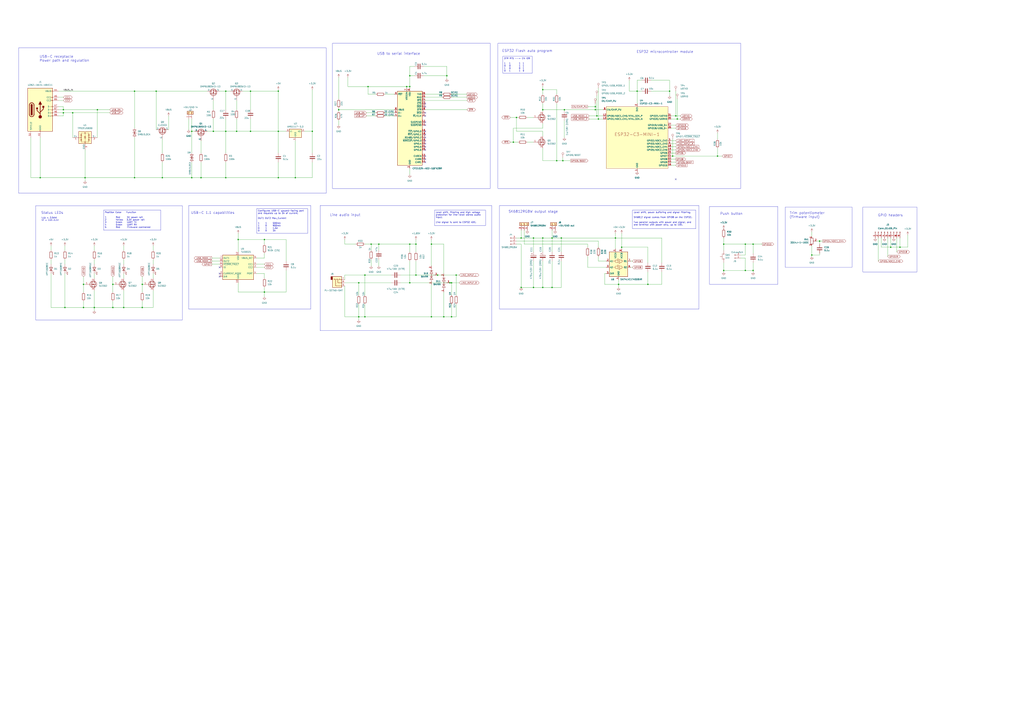
<source format=kicad_sch>
(kicad_sch (version 20231120) (generator "eeschema") (generator_version "8.0")
  (paper "A1")
  (title_block (title "ESP32-C3 based LED controller for SK6812") (date "2024-12-02") (rev "1.5") (company "Kim Tore Jensen"))
  (junction (at 205.74 74.93))
  (junction (at 370.84 260.35))
  (junction (at 462.28 132.08))
  (junction (at 508 233.68))
  (junction (at 341.63 226.06))
  (junction (at 157.48 107.95))
  (junction (at 194.31 107.95))
  (junction (at 618.49 222.25))
  (junction (at 336.55 71.12))
  (junction (at 53.34 252.73))
  (junction (at 52.07 92.71))
  (junction (at 438.15 195.58))
  (junction (at 731.52 203.2))
  (junction (at 69.85 146.05))
  (junction (at 438.15 236.22))
  (junction (at 370.84 232.41))
  (junction (at 453.39 236.22))
  (junction (at 228.6 74.93))
  (junction (at 354.33 260.35))
  (junction (at 618.49 200.66))
  (junction (at 52.07 90.17))
  (junction (at 445.77 195.58))
  (junction (at 336.55 62.23))
  (junction (at 532.13 233.68))
  (junction (at 612.14 222.25))
  (junction (at 421.64 116.84))
  (junction (at 116.84 252.73))
  (junction (at 336.55 232.41))
  (junction (at 294.64 232.41))
  (junction (at 299.72 260.35))
  (junction (at 175.26 107.95))
  (junction (at 673.1 198.12))
  (junction (at 116.84 233.68))
  (junction (at 354.33 200.66))
  (junction (at 294.64 260.35))
  (junction (at 217.17 196.85))
  (junction (at 228.6 107.95))
  (junction (at 165.1 146.05))
  (junction (at 341.63 200.66))
  (junction (at 491.49 97.79))
  (junction (at 217.17 240.03))
  (junction (at 68.58 252.73))
  (junction (at 374.65 226.06))
  (junction (at 228.6 146.05))
  (junction (at 299.72 226.06))
  (junction (at 549.91 74.93))
  (junction (at 242.57 146.05))
  (junction (at 334.01 71.12))
  (junction (at 739.14 203.2))
  (junction (at 445.77 236.22))
  (junction (at 523.24 74.93))
  (junction (at 463.55 90.17))
  (junction (at 589.28 128.27))
  (junction (at 359.41 226.06))
  (junction (at 457.2 132.08))
  (junction (at 369.57 232.41))
  (junction (at 461.01 195.58))
  (junction (at 445.77 90.17))
  (junction (at 666.75 209.55))
  (junction (at 311.15 200.66))
  (junction (at 256.54 107.95))
  (junction (at 68.58 233.68))
  (junction (at 133.35 146.05))
  (junction (at 278.13 90.17))
  (junction (at 185.42 74.93))
  (junction (at 33.02 146.05))
  (junction (at 77.47 252.73))
  (junction (at 554.99 95.25))
  (junction (at 424.18 96.52))
  (junction (at 195.58 196.85))
  (junction (at 101.6 252.73))
  (junction (at 505.46 195.58))
  (junction (at 445.77 73.66))
  (junction (at 427.99 236.22))
  (junction (at 92.71 252.73))
  (junction (at 185.42 146.05))
  (junction (at 552.45 128.27))
  (junction (at 364.49 260.35))
  (junction (at 59.69 92.71))
  (junction (at 490.22 95.25))
  (junction (at 185.42 107.95))
  (junction (at 427.99 195.58))
  (junction (at 157.48 146.05))
  (junction (at 488.95 90.17))
  (junction (at 92.71 233.68))
  (junction (at 510.54 203.2))
  (junction (at 594.36 200.66))
  (junction (at 205.74 107.95))
  (junction (at 128.27 74.93))
  (junction (at 556.26 97.79))
  (junction (at 110.49 74.93))
  (junction (at 594.36 222.25))
  (junction (at 304.8 200.66))
  (junction (at 367.03 62.23))
  (junction (at 453.39 195.58))
  (junction (at 336.55 200.66))
  (junction (at 80.01 90.17))
  (junction (at 110.49 146.05))
  (junction (at 612.14 200.66))
  (junction (at 488.95 87.63))
  (junction (at 302.26 71.12))
  (no_connect (at 349.25 87.63))
  (no_connect (at 554.99 147.32))
  (no_connect (at 349.25 118.11))
  (no_connect (at 349.25 128.27))
  (no_connect (at 349.25 95.25))
  (no_connect (at 180.34 224.79))
  (no_connect (at 180.34 227.33))
  (no_connect (at 349.25 102.87))
  (no_connect (at 349.25 85.09))
  (no_connect (at 349.25 110.49))
  (no_connect (at 349.25 123.19))
  (no_connect (at 349.25 115.57))
  (no_connect (at 349.25 113.03))
  (no_connect (at 349.25 130.81))
  (no_connect (at 349.25 100.33))
  (no_connect (at 180.34 219.71))
  (no_connect (at 349.25 120.65))
  (no_connect (at 349.25 107.95))
  (no_connect (at 349.25 133.35))
  (no_connect (at 349.25 92.71))
  (wire (pts (xy 430.53 200.66) (xy 482.6 200.66)))
  (wire (pts (xy 457.2 85.09) (xy 457.2 132.08)))
  (wire (pts (xy 52.07 80.01) (xy 48.26 80.01)))
  (wire (pts (xy 445.77 195.58) (xy 453.39 195.58)))
  (wire (pts (xy 316.23 92.71) (xy 323.85 92.71)))
  (wire (pts (xy 341.63 200.66) (xy 341.63 207.01)))
  (wire (pts (xy 383.54 90.17) (xy 349.25 90.17)))
  (wire (pts (xy 217.17 212.09) (xy 217.17 208.28)))
  (wire (pts (xy 125.73 252.73) (xy 125.73 238.76)))
  (wire (pts (xy 228.6 125.73) (xy 228.6 107.95)))
  (wire (pts (xy 554.99 115.57) (xy 551.18 115.57)))
  (wire (pts (xy 359.41 226.06) (xy 374.65 226.06)))
  (wire (pts (xy 302.26 71.12) (xy 302.26 77.47)))
  (wire (pts (xy 316.23 77.47) (xy 323.85 77.47)))
  (wire (pts (xy 283.21 232.41) (xy 294.64 232.41)))
  (wire (pts (xy 445.77 90.17) (xy 445.77 91.44)))
  (wire (pts (xy 721.36 195.58) (xy 721.36 214.63)))
  (wire (pts (xy 92.71 252.73) (xy 101.6 252.73)))
  (wire (pts (xy 670.56 198.12) (xy 673.1 198.12)))
  (wire (pts (xy 370.84 232.41) (xy 377.19 232.41)))
  (wire (pts (xy 299.72 226.06) (xy 321.31 226.06)))
  (wire (pts (xy 41.91 213.36) (xy 41.91 217.17)))
  (wire (pts (xy 68.58 252.73) (xy 77.47 252.73)))
  (wire (pts (xy 491.49 214.63) (xy 497.84 214.63)))
  (wire (pts (xy 445.77 101.6) (xy 445.77 105.41)))
  (wire (pts (xy 334.01 72.39) (xy 334.01 71.12)))
  (wire (pts (xy 116.84 227.33) (xy 116.84 233.68)))
  (wire (pts (xy 175.26 90.17) (xy 175.26 82.55)))
  (wire (pts (xy 294.64 260.35) (xy 299.72 260.35)))
  (wire (pts (xy 490.22 78.74) (xy 490.22 95.25)))
  (wire (pts (xy 328.93 232.41) (xy 336.55 232.41)))
  (wire (pts (xy 128.27 74.93) (xy 128.27 106.68)))
  (wire (pts (xy 69.85 146.05) (xy 69.85 148.59)))
  (wire (pts (xy 311.15 213.36) (xy 311.15 218.44)))
  (wire (pts (xy 173.99 217.17) (xy 180.34 217.17)))
  (wire (pts (xy 101.6 252.73) (xy 101.6 238.76)))
  (wire (pts (xy 285.75 63.5) (xy 285.75 71.12)))
  (wire (pts (xy 543.56 233.68) (xy 532.13 233.68)))
  (wire (pts (xy 457.2 77.47) (xy 457.2 73.66)))
  (wire (pts (xy 52.07 82.55) (xy 48.26 82.55)))
  (wire (pts (xy 594.36 195.58) (xy 594.36 200.66)))
  (wire (pts (xy 77.47 252.73) (xy 77.47 238.76)))
  (wire (pts (xy 101.6 252.73) (xy 116.84 252.73)))
  (wire (pts (xy 354.33 233.68) (xy 354.33 260.35)))
  (wire (pts (xy 138.43 95.25) (xy 138.43 106.68)))
  (wire (pts (xy 745.49 193.04) (xy 745.49 203.2)))
  (wire (pts (xy 483.87 95.25) (xy 490.22 95.25)))
  (wire (pts (xy 589.28 128.27) (xy 593.09 128.27)))
  (wire (pts (xy 53.34 213.36) (xy 53.34 217.17)))
  (wire (pts (xy 490.22 95.25) (xy 495.3 95.25)))
  (wire (pts (xy 110.49 74.93) (xy 110.49 105.41)))
  (wire (pts (xy 299.72 226.06) (xy 299.72 242.57)))
  (wire (pts (xy 195.58 232.41) (xy 195.58 240.03)))
  (wire (pts (xy 554.99 74.93) (xy 554.99 95.25)))
  (wire (pts (xy 482.6 210.82) (xy 482.6 219.71)))
  (wire (pts (xy 370.84 250.19) (xy 370.84 260.35)))
  (wire (pts (xy 77.47 213.36) (xy 77.47 217.17)))
  (wire (pts (xy 77.47 255.27) (xy 77.47 252.73)))
  (wire (pts (xy 53.34 252.73) (xy 68.58 252.73)))
  (wire (pts (xy 552.45 128.27) (xy 589.28 128.27)))
  (wire (pts (xy 41.91 252.73) (xy 53.34 252.73)))
  (wire (pts (xy 589.28 121.92) (xy 589.28 128.27)))
  (wire (pts (xy 461.01 214.63) (xy 461.01 236.22)))
  (wire (pts (xy 116.84 252.73) (xy 125.73 252.73)))
  (wire (pts (xy 673.1 198.12) (xy 673.1 200.66)))
  (wire (pts (xy 116.84 247.65) (xy 116.84 252.73)))
  (wire (pts (xy 52.07 90.17) (xy 80.01 90.17)))
  (wire (pts (xy 228.6 107.95) (xy 234.95 107.95)))
  (wire (pts (xy 228.6 133.35) (xy 228.6 146.05)))
  (wire (pts (xy 347.98 62.23) (xy 367.03 62.23)))
  (wire (pts (xy 543.56 223.52) (xy 543.56 233.68)))
  (wire (pts (xy 278.13 90.17) (xy 278.13 91.44)))
  (wire (pts (xy 543.56 215.9) (xy 543.56 195.58)))
  (wire (pts (xy 349.25 77.47) (xy 363.22 77.47)))
  (wire (pts (xy 133.35 146.05) (xy 157.48 146.05)))
  (wire (pts (xy 558.8 97.79) (xy 556.26 97.79)))
  (wire (pts (xy 608.33 212.09) (xy 612.14 212.09)))
  (wire (pts (xy 491.49 72.39) (xy 491.49 97.79)))
  (wire (pts (xy 185.42 133.35) (xy 185.42 146.05)))
  (wire (pts (xy 427.99 200.66) (xy 427.99 236.22)))
  (wire (pts (xy 195.58 191.77) (xy 195.58 196.85)))
  (wire (pts (xy 421.64 105.41) (xy 421.64 116.84)))
  (wire (pts (xy 673.1 208.28) (xy 673.1 209.55)))
  (wire (pts (xy 304.8 200.66) (xy 304.8 205.74)))
  (wire (pts (xy 364.49 260.35) (xy 354.33 260.35)))
  (wire (pts (xy 125.73 228.6) (xy 125.73 224.79)))
  (wire (pts (xy 532.13 215.9) (xy 532.13 203.2)))
  (wire (pts (xy 294.64 232.41) (xy 321.31 232.41)))
  (wire (pts (xy 618.49 222.25) (xy 618.49 223.52)))
  (wire (pts (xy 556.26 81.28) (xy 556.26 97.79)))
  (wire (pts (xy 41.91 201.93) (xy 41.91 205.74)))
  (wire (pts (xy 510.54 191.77) (xy 510.54 203.2)))
  (wire (pts (xy 482.6 219.71) (xy 497.84 219.71)))
  (wire (pts (xy 217.17 243.84) (xy 217.17 240.03)))
  (wire (pts (xy 463.55 91.44) (xy 463.55 90.17)))
  (wire (pts (xy 554.99 135.89) (xy 551.18 135.89)))
  (wire (pts (xy 438.15 214.63) (xy 438.15 236.22)))
  (wire (pts (xy 488.95 87.63) (xy 488.95 90.17)))
  (wire (pts (xy 185.42 146.05) (xy 228.6 146.05)))
  (wire (pts (xy 425.45 96.52) (xy 424.18 96.52)))
  (wire (pts (xy 53.34 224.79) (xy 53.34 252.73)))
  (wire (pts (xy 185.42 74.93) (xy 189.23 74.93)))
  (wire (pts (xy 199.39 74.93) (xy 205.74 74.93)))
  (wire (pts (xy 370.84 260.35) (xy 364.49 260.35)))
  (wire (pts (xy 666.75 190.5) (xy 666.75 194.31)))
  (wire (pts (xy 354.33 200.66) (xy 354.33 218.44)))
  (wire (pts (xy 328.93 226.06) (xy 341.63 226.06)))
  (wire (pts (xy 745.49 203.2) (xy 739.14 203.2)))
  (wire (pts (xy 374.65 260.35) (xy 370.84 260.35)))
  (wire (pts (xy 666.75 210.82) (xy 666.75 209.55)))
  (wire (pts (xy 461.01 195.58) (xy 505.46 195.58)))
  (wire (pts (xy 594.36 222.25) (xy 612.14 222.25)))
  (wire (pts (xy 482.6 200.66) (xy 482.6 203.2)))
  (wire (pts (xy 463.55 99.06) (xy 463.55 113.03)))
  (wire (pts (xy 347.98 54.61) (xy 367.03 54.61)))
  (wire (pts (xy 101.6 201.93) (xy 101.6 205.74)))
  (wire (pts (xy 374.65 226.06) (xy 374.65 242.57)))
  (wire (pts (xy 41.91 224.79) (xy 41.91 252.73)))
  (wire (pts (xy 618.49 200.66) (xy 618.49 208.28)))
  (wire (pts (xy 242.57 146.05) (xy 256.54 146.05)))
  (wire (pts (xy 364.49 240.03) (xy 364.49 260.35)))
  (wire (pts (xy 496.57 224.79) (xy 497.84 224.79)))
  (wire (pts (xy 80.01 90.17) (xy 90.17 90.17)))
  (wire (pts (xy 341.63 226.06) (xy 341.63 214.63)))
  (wire (pts (xy 519.43 214.63) (xy 518.16 214.63)))
  (wire (pts (xy 283.21 260.35) (xy 294.64 260.35)))
  (wire (pts (xy 424.18 107.95) (xy 445.77 107.95)))
  (wire (pts (xy 554.99 133.35) (xy 551.18 133.35)))
  (wire (pts (xy 554.99 105.41) (xy 551.18 105.41)))
  (wire (pts (xy 157.48 133.35) (xy 157.48 146.05)))
  (wire (pts (xy 374.65 250.19) (xy 374.65 260.35)))
  (wire (pts (xy 491.49 210.82) (xy 491.49 214.63)))
  (wire (pts (xy 554.99 120.65) (xy 551.18 120.65)))
  (wire (pts (xy 723.9 195.58) (xy 723.9 203.2)))
  (wire (pts (xy 336.55 62.23) (xy 340.36 62.23)))
  (wire (pts (xy 461.01 195.58) (xy 461.01 207.01)))
  (wire (pts (xy 367.03 54.61) (xy 367.03 62.23)))
  (wire (pts (xy 518.16 219.71) (xy 519.43 219.71)))
  (wire (pts (xy 549.91 78.74) (xy 549.91 74.93)))
  (wire (pts (xy 228.6 74.93) (xy 228.6 107.95)))
  (wire (pts (xy 554.99 123.19) (xy 551.18 123.19)))
  (wire (pts (xy 278.13 88.9) (xy 278.13 90.17)))
  (wire (pts (xy 445.77 85.09) (xy 445.77 90.17)))
  (wire (pts (xy 125.73 213.36) (xy 125.73 217.17)))
  (wire (pts (xy 165.1 133.35) (xy 165.1 146.05)))
  (wire (pts (xy 205.74 74.93) (xy 228.6 74.93)))
  (wire (pts (xy 302.26 71.12) (xy 334.01 71.12)))
  (wire (pts (xy 217.17 224.79) (xy 217.17 228.6)))
  (wire (pts (xy 316.23 95.25) (xy 323.85 95.25)))
  (wire (pts (xy 556.26 97.79) (xy 551.18 97.79)))
  (wire (pts (xy 483.87 97.79) (xy 491.49 97.79)))
  (wire (pts (xy 383.54 77.47) (xy 370.84 77.47)))
  (wire (pts (xy 195.58 240.03) (xy 217.17 240.03)))
  (wire (pts (xy 453.39 189.23) (xy 453.39 195.58)))
  (wire (pts (xy 421.64 116.84) (xy 425.45 116.84)))
  (wire (pts (xy 523.24 74.93) (xy 523.24 66.04)))
  (wire (pts (xy 728.98 195.58) (xy 728.98 210.82)))
  (wire (pts (xy 723.9 203.2) (xy 731.52 203.2)))
  (wire (pts (xy 294.64 232.41) (xy 294.64 242.57)))
  (wire (pts (xy 336.55 214.63) (xy 336.55 232.41)))
  (wire (pts (xy 294.64 262.89) (xy 294.64 260.35)))
  (wire (pts (xy 424.18 200.66) (xy 427.99 200.66)))
  (wire (pts (xy 551.18 128.27) (xy 552.45 128.27)))
  (wire (pts (xy 364.49 224.79) (xy 364.49 200.66)))
  (wire (pts (xy 52.07 92.71) (xy 52.07 95.25)))
  (wire (pts (xy 554.99 118.11) (xy 551.18 118.11)))
  (wire (pts (xy 463.55 90.17) (xy 488.95 90.17)))
  (wire (pts (xy 52.07 90.17) (xy 48.26 90.17)))
  (wire (pts (xy 302.26 77.47) (xy 308.61 77.47)))
  (wire (pts (xy 612.14 209.55) (xy 612.14 200.66)))
  (wire (pts (xy 612.14 200.66) (xy 618.49 200.66)))
  (wire (pts (xy 445.77 121.92) (xy 445.77 132.08)))
  (wire (pts (xy 175.26 107.95) (xy 175.26 97.79)))
  (wire (pts (xy 453.39 195.58) (xy 453.39 207.01)))
  (wire (pts (xy 445.77 105.41) (xy 421.64 105.41)))
  (wire (pts (xy 383.54 82.55) (xy 349.25 82.55)))
  (wire (pts (xy 367.03 62.23) (xy 367.03 64.77)))
  (wire (pts (xy 336.55 54.61) (xy 336.55 62.23)))
  (wire (pts (xy 48.26 92.71) (xy 52.07 92.71)))
  (wire (pts (xy 69.85 123.19) (xy 69.85 146.05)))
  (wire (pts (xy 354.33 196.85) (xy 354.33 200.66)))
  (wire (pts (xy 101.6 228.6) (xy 101.6 224.79)))
  (wire (pts (xy 217.17 196.85) (xy 217.17 200.66)))
  (wire (pts (xy 488.95 85.09) (xy 488.95 87.63)))
  (wire (pts (xy 242.57 115.57) (xy 242.57 146.05)))
  (wire (pts (xy 217.17 219.71) (xy 210.82 219.71)))
  (wire (pts (xy 505.46 195.58) (xy 543.56 195.58)))
  (wire (pts (xy 304.8 213.36) (xy 304.8 218.44)))
  (wire (pts (xy 453.39 195.58) (xy 461.01 195.58)))
  (wire (pts (xy 250.19 107.95) (xy 256.54 107.95)))
  (wire (pts (xy 299.72 200.66) (xy 304.8 200.66)))
  (wire (pts (xy 77.47 228.6) (xy 77.47 224.79)))
  (wire (pts (xy 92.71 233.68) (xy 92.71 240.03)))
  (wire (pts (xy 194.31 107.95) (xy 185.42 107.95)))
  (wire (pts (xy 491.49 203.2) (xy 491.49 198.12)))
  (wire (pts (xy 283.21 234.95) (xy 283.21 260.35)))
  (wire (pts (xy 433.07 96.52) (xy 438.15 96.52)))
  (wire (pts (xy 445.77 107.95) (xy 445.77 111.76)))
  (wire (pts (xy 92.71 227.33) (xy 92.71 233.68)))
  (wire (pts (xy 68.58 233.68) (xy 69.85 233.68)))
  (wire (pts (xy 461.01 236.22) (xy 453.39 236.22)))
  (wire (pts (xy 370.84 232.41) (xy 370.84 242.57)))
  (wire (pts (xy 48.26 87.63) (xy 52.07 87.63)))
  (wire (pts (xy 165.1 146.05) (xy 185.42 146.05)))
  (wire (pts (xy 234.95 196.85) (xy 217.17 196.85)))
  (wire (pts (xy 554.99 95.25) (xy 551.18 95.25)))
  (wire (pts (xy 505.46 195.58) (xy 505.46 204.47)))
  (wire (pts (xy 608.33 209.55) (xy 612.14 209.55)))
  (wire (pts (xy 308.61 92.71) (xy 300.99 92.71)))
  (wire (pts (xy 666.75 209.55) (xy 673.1 209.55)))
  (wire (pts (xy 336.55 71.12) (xy 334.01 71.12)))
  (wire (pts (xy 496.57 224.79) (xy 496.57 233.68)))
  (wire (pts (xy 534.67 74.93) (xy 549.91 74.93)))
  (wire (pts (xy 424.18 198.12) (xy 491.49 198.12)))
  (wire (pts (xy 33.02 146.05) (xy 25.4 146.05)))
  (wire (pts (xy 383.54 80.01) (xy 370.84 80.01)))
  (wire (pts (xy 424.18 195.58) (xy 427.99 195.58)))
  (wire (pts (xy 311.15 200.66) (xy 336.55 200.66)))
  (wire (pts (xy 488.95 90.17) (xy 495.3 90.17)))
  (wire (pts (xy 283.21 226.06) (xy 283.21 229.87)))
  (wire (pts (xy 33.02 146.05) (xy 69.85 146.05)))
  (wire (pts (xy 110.49 146.05) (xy 133.35 146.05)))
  (wire (pts (xy 558.8 95.25) (xy 554.99 95.25)))
  (wire (pts (xy 532.13 223.52) (xy 532.13 233.68)))
  (wire (pts (xy 170.18 107.95) (xy 175.26 107.95)))
  (wire (pts (xy 25.4 113.03) (xy 25.4 146.05)))
  (wire (pts (xy 419.1 116.84) (xy 421.64 116.84)))
  (wire (pts (xy 594.36 200.66) (xy 612.14 200.66)))
  (wire (pts (xy 278.13 63.5) (xy 278.13 81.28)))
  (wire (pts (xy 341.63 226.06) (xy 359.41 226.06)))
  (wire (pts (xy 194.31 97.79) (xy 194.31 107.95)))
  (wire (pts (xy 438.15 195.58) (xy 445.77 195.58)))
  (wire (pts (xy 336.55 232.41) (xy 369.57 232.41)))
  (wire (pts (xy 736.6 195.58) (xy 736.6 207.01)))
  (wire (pts (xy 68.58 233.68) (xy 68.58 240.03)))
  (wire (pts (xy 445.77 77.47) (xy 445.77 73.66)))
  (wire (pts (xy 552.45 114.3) (xy 552.45 128.27)))
  (wire (pts (xy 69.85 146.05) (xy 110.49 146.05)))
  (wire (pts (xy 210.82 224.79) (xy 217.17 224.79)))
  (wire (pts (xy 430.53 189.23) (xy 430.53 200.66)))
  (wire (pts (xy 445.77 90.17) (xy 463.55 90.17)))
  (wire (pts (xy 433.07 116.84) (xy 438.15 116.84)))
  (wire (pts (xy 445.77 195.58) (xy 445.77 207.01)))
  (wire (pts (xy 52.07 95.25) (xy 48.26 95.25)))
  (wire (pts (xy 133.35 133.35) (xy 133.35 146.05)))
  (wire (pts (xy 292.1 200.66) (xy 283.21 200.66)))
  (wire (pts (xy 534.67 66.04) (xy 549.91 66.04)))
  (wire (pts (xy 594.36 200.66) (xy 594.36 205.74)))
  (wire (pts (xy 285.75 71.12) (xy 302.26 71.12)))
  (wire (pts (xy 453.39 236.22) (xy 445.77 236.22)))
  (wire (pts (xy 210.82 212.09) (xy 217.17 212.09)))
  (wire (pts (xy 299.72 250.19) (xy 299.72 260.35)))
  (wire (pts (xy 77.47 252.73) (xy 92.71 252.73)))
  (wire (pts (xy 185.42 74.93) (xy 185.42 90.17)))
  (wire (pts (xy 194.31 107.95) (xy 205.74 107.95)))
  (wire (pts (xy 217.17 217.17) (xy 210.82 217.17)))
  (wire (pts (xy 532.13 203.2) (xy 510.54 203.2)))
  (wire (pts (xy 438.15 207.01) (xy 438.15 195.58)))
  (wire (pts (xy 594.36 215.9) (xy 594.36 222.25)))
  (wire (pts (xy 157.48 97.79) (xy 157.48 107.95)))
  (wire (pts (xy 205.74 107.95) (xy 228.6 107.95)))
  (wire (pts (xy 308.61 95.25) (xy 300.99 95.25)))
  (wire (pts (xy 336.55 62.23) (xy 336.55 71.12)))
  (wire (pts (xy 52.07 87.63) (xy 52.07 90.17)))
  (wire (pts (xy 508 233.68) (xy 508 229.87)))
  (wire (pts (xy 424.18 96.52) (xy 424.18 107.95)))
  (wire (pts (xy 505.46 191.77) (xy 505.46 195.58)))
  (wire (pts (xy 110.49 113.03) (xy 110.49 146.05)))
  (wire (pts (xy 68.58 247.65) (xy 68.58 252.73)))
  (wire (pts (xy 508 236.22) (xy 508 233.68)))
  (wire (pts (xy 427.99 195.58) (xy 438.15 195.58)))
  (wire (pts (xy 612.14 212.09) (xy 612.14 222.25)))
  (wire (pts (xy 283.21 226.06) (xy 299.72 226.06)))
  (wire (pts (xy 523.24 74.93) (xy 523.24 85.09)))
  (wire (pts (xy 294.64 250.19) (xy 294.64 260.35)))
  (wire (pts (xy 194.31 90.17) (xy 194.31 82.55)))
  (wire (pts (xy 369.57 232.41) (xy 370.84 232.41)))
  (wire (pts (xy 427.99 189.23) (xy 427.99 195.58)))
  (wire (pts (xy 228.6 146.05) (xy 242.57 146.05)))
  (wire (pts (xy 180.34 74.93) (xy 185.42 74.93)))
  (wire (pts (xy 445.77 214.63) (xy 445.77 236.22)))
  (wire (pts (xy 508 233.68) (xy 496.57 233.68)))
  (wire (pts (xy 482.6 87.63) (xy 488.95 87.63)))
  (wire (pts (xy 457.2 132.08) (xy 462.28 132.08)))
  (wire (pts (xy 278.13 102.87) (xy 278.13 99.06)))
  (wire (pts (xy 336.55 200.66) (xy 341.63 200.66)))
  (wire (pts (xy 173.99 212.09) (xy 180.34 212.09)))
  (wire (pts (xy 462.28 132.08) (xy 468.63 132.08)))
  (wire (pts (xy 453.39 214.63) (xy 453.39 236.22)))
  (wire (pts (xy 157.48 107.95) (xy 160.02 107.95)))
  (wire (pts (xy 80.01 90.17) (xy 80.01 113.03)))
  (wire (pts (xy 92.71 247.65) (xy 92.71 252.73)))
  (wire (pts (xy 185.42 107.95) (xy 175.26 107.95)))
  (wire (pts (xy 462.28 129.54) (xy 462.28 132.08)))
  (wire (pts (xy 234.95 240.03) (xy 217.17 240.03)))
  (wire (pts (xy 510.54 203.2) (xy 510.54 204.47)))
  (wire (pts (xy 445.77 132.08) (xy 457.2 132.08)))
  (wire (pts (xy 256.54 107.95) (xy 256.54 73.66)))
  (wire (pts (xy 612.14 222.25) (xy 618.49 222.25)))
  (wire (pts (xy 532.13 233.68) (xy 508 233.68)))
  (wire (pts (xy 340.36 54.61) (xy 336.55 54.61)))
  (wire (pts (xy 110.49 74.93) (xy 128.27 74.93)))
  (wire (pts (xy 256.54 107.95) (xy 256.54 125.73)))
  (wire (pts (xy 77.47 201.93) (xy 77.47 205.74)))
  (wire (pts (xy 341.63 196.85) (xy 341.63 200.66)))
  (wire (pts (xy 256.54 133.35) (xy 256.54 146.05)))
  (wire (pts (xy 173.99 214.63) (xy 180.34 214.63)))
  (wire (pts (xy 554.99 125.73) (xy 551.18 125.73)))
  (wire (pts (xy 445.77 73.66) (xy 445.77 71.12)))
  (wire (pts (xy 618.49 200.66) (xy 626.11 200.66)))
  (wire (pts (xy 217.17 236.22) (xy 217.17 240.03)))
  (wire (pts (xy 739.14 195.58) (xy 739.14 203.2)))
  (wire (pts (xy 673.1 198.12) (xy 675.64 198.12)))
  (wire (pts (xy 516.89 74.93) (xy 523.24 74.93)))
  (wire (pts (xy 116.84 233.68) (xy 116.84 240.03)))
  (wire (pts (xy 549.91 66.04) (xy 549.91 74.93)))
  (wire (pts (xy 299.72 260.35) (xy 354.33 260.35)))
  (wire (pts (xy 53.34 201.93) (xy 53.34 205.74)))
  (wire (pts (xy 195.58 196.85) (xy 195.58 207.01)))
  (wire (pts (xy 438.15 236.22) (xy 427.99 236.22)))
  (wire (pts (xy 165.1 115.57) (xy 165.1 125.73)))
  (wire (pts (xy 364.49 200.66) (xy 354.33 200.66)))
  (wire (pts (xy 278.13 90.17) (xy 323.85 90.17)))
  (wire (pts (xy 157.48 146.05) (xy 165.1 146.05)))
  (wire (pts (xy 48.26 74.93) (xy 110.49 74.93)))
  (wire (pts (xy 618.49 215.9) (xy 618.49 222.25)))
  (wire (pts (xy 527.05 66.04) (xy 523.24 66.04)))
  (wire (pts (xy 336.55 138.43) (xy 336.55 143.51)))
  (wire (pts (xy 731.52 203.2) (xy 731.52 195.58)))
  (wire (pts (xy 234.95 222.25) (xy 234.95 240.03)))
  (wire (pts (xy 205.74 74.93) (xy 205.74 90.17)))
  (wire (pts (xy 445.77 73.66) (xy 457.2 73.66)))
  (wire (pts (xy 419.1 96.52) (xy 424.18 96.52)))
  (wire (pts (xy 52.07 92.71) (xy 59.69 92.71)))
  (wire (pts (xy 594.36 222.25) (xy 594.36 223.52)))
  (wire (pts (xy 154.94 106.68) (xy 154.94 97.79)))
  (wire (pts (xy 374.65 226.06) (xy 377.19 226.06)))
  (wire (pts (xy 336.55 72.39) (xy 336.55 71.12)))
  (wire (pts (xy 128.27 74.93) (xy 170.18 74.93)))
  (wire (pts (xy 33.02 113.03) (xy 33.02 146.05)))
  (wire (pts (xy 516.89 66.04) (xy 516.89 74.93)))
  (wire (pts (xy 157.48 107.95) (xy 157.48 125.73)))
  (wire (pts (xy 68.58 227.33) (xy 68.58 233.68)))
  (wire (pts (xy 185.42 107.95) (xy 185.42 125.73)))
  (wire (pts (xy 336.55 200.66) (xy 336.55 207.01)))
  (wire (pts (xy 589.28 109.22) (xy 589.28 114.3)))
  (wire (pts (xy 125.73 201.93) (xy 125.73 205.74)))
  (wire (pts (xy 185.42 97.79) (xy 185.42 107.95)))
  (wire (pts (xy 234.95 214.63) (xy 234.95 196.85)))
  (wire (pts (xy 304.8 200.66) (xy 311.15 200.66)))
  (wire (pts (xy 283.21 200.66) (xy 283.21 196.85)))
  (wire (pts (xy 59.69 92.71) (xy 90.17 92.71)))
  (wire (pts (xy 666.75 209.55) (xy 666.75 201.93)))
  (wire (pts (xy 59.69 92.71) (xy 59.69 113.03)))
  (wire (pts (xy 739.14 203.2) (xy 731.52 203.2)))
  (wire (pts (xy 195.58 196.85) (xy 217.17 196.85)))
  (wire (pts (xy 491.49 97.79) (xy 495.3 97.79)))
  (wire (pts (xy 311.15 200.66) (xy 311.15 205.74)))
  (wire (pts (xy 554.99 102.87) (xy 551.18 102.87)))
  (wire (pts (xy 228.6 73.66) (xy 228.6 74.93)))
  (wire (pts (xy 205.74 97.79) (xy 205.74 107.95)))
  (wire (pts (xy 92.71 233.68) (xy 93.98 233.68)))
  (wire (pts (xy 133.35 125.73) (xy 133.35 114.3)))
  (wire (pts (xy 116.84 233.68) (xy 118.11 233.68)))
  (wire (pts (xy 349.25 80.01) (xy 363.22 80.01)))
  (wire (pts (xy 445.77 236.22) (xy 438.15 236.22)))
  (wire (pts (xy 101.6 213.36) (xy 101.6 217.17)))
  (wire (pts (xy 523.24 74.93) (xy 527.05 74.93)))
  (wire (pts (xy 554.99 130.81) (xy 551.18 130.81)))
  (rectangle (start 708.66 170.18) (end 753.11 223.52))
  (rectangle (start 410.21 168.91) (end 574.04 254))
  (rectangle (start 154.94 168.91) (end 255.27 254))
  (rectangle (start 29.21 169.164) (end 149.86 262.89))
  (rectangle (start 262.89 168.91) (end 403.86 271.78))
  (rectangle (start 15.24 39.37) (end 267.97 158.75))
  (rectangle (start 273.05 35.56) (end 402.59 154.94))
  (rectangle (start 644.906 170.18) (end 699.77 219.71))
  (rectangle (start 408.94 35.56) (end 608.33 154.94))
  (rectangle (start 582.676 169.672) (end 638.81 233.68))
  (text_box "Level shift, filtering and high voltage\nprotection for line-level stereo audio input.\n\nLine signal is sent to ESP32 ADC." (at 356.87 172.72 0) (size 41.91 12.7) (effects (font (size 1.27 1.27)) (justify left top)))
  (text_box "DTR RTS --> EN IO9\n\n1   1       1  1\n0   0       1  1\n1   0       0  1\n0   1       1  0\n" (at 413.004 46.228 0) (size 24.13 13.97) (effects (font (size 1.27 1.27)) (justify left top)))
  (text_box "Position Color    Function\n\n1        Red      5V power rail\n2        Yellow   3.3V power rail\n3        Green    UART TX\n4        Green    UART RX\n5        Red      Firmware controlled" (at 85.09 172.72 0) (size 46.99 16.51) (effects (font (size 1.27 1.27)) (justify left top)))
  (text_box "Configures USB-C upward-facing port\nand requests up to 3A of current.\n\nOUT1 OUT2 Max_Current\n\n1     1     500mA\n1     0     900mA\n0     1     1.5A\n0     0     3A" (at 210.82 171.45 0) (size 41.91 20.32) (effects (font (size 1.27 1.27)) (justify left top)))
  (text_box "Level shift, power buffering and signal filtering.\n\nSK6812 signal comes from GPIO8 on the ESP32.\n\nTwo parallel outputs with power and signal, and one terminal with power only, up to 10A." (at 519.43 172.72 0) (size 52.07 15.24) (effects (font (size 1.27 1.27)) (justify left top)))
  (text "Trim potentiometer\n(firmware input)" (at 648.462 176.784 0) (effects (font (size 2 2)) (justify left)))
  (text "Push button" (at 600.71 175.768 0) (effects (font (size 2 2))))
  (text "USB-C receptacle\nPower path and regulation" (at 32.512 48.26 0) (effects (font (size 2 2)) (justify left)))
  (text "SK6812RGBW output stage" (at 437.896 173.99 0) (effects (font (size 2 2))))
  (text "USB-C 1.1 capabilities" (at 174.752 175.006 0) (effects (font (size 2 2))))
  (text "Status LEDs" (at 42.926 175.006 0) (effects (font (size 2 2))))
  (text "GPIO headers" (at 731.266 177.038 0) (effects (font (size 2 2))))
  (text "ESP32 microcontroller module" (at 546.1 42.672 0) (effects (font (size 2 2))))
  (text "USB to serial interface" (at 327.406 44.196 0) (effects (font (size 2 2))))
  (text "ESP32 Flash auto program" (at 433.07 41.91 0) (effects (font (size 2 2))))
  (text "I_{LED} = 2.5mA\nV_{F} = 2.0-2.1V" (at 34.036 180.086 0) (effects (font (size 1.25 1.25)) (justify left)))
  (text "Line audio input" (at 283.464 176.784 0) (effects (font (size 2 2))))
  (label "VBUS_IN" (at 52.07 74.93 0))
  (global_label "EN/CHIP_PU" (shape passive) (at 482.6 87.63 180) (property "Intersheetrefs" "${INTERSHEET_REFS}" (effects (hide yes))))
  (global_label "GPIO5/ADC2_CH0" (shape bidirectional) (at 721.36 214.63 0) (property "Intersheetrefs" "${INTERSHEET_REFS}" (effects (hide yes))))
  (global_label "GPIO10" (shape input) (at 554.99 135.89 0) (property "Intersheetrefs" "${INTERSHEET_REFS}" (effects (hide yes))))
  (global_label "CC1" (shape bidirectional) (at 52.07 80.01 0) (property "Intersheetrefs" "${INTERSHEET_REFS}" (effects (hide yes))))
  (global_label "USB_UP" (shape input) (at 300.99 95.25 180) (property "Intersheetrefs" "${INTERSHEET_REFS}" (effects (hide yes))))
  (global_label "U0TXD" (shape output) (at 383.54 77.47 0) (property "Intersheetrefs" "${INTERSHEET_REFS}" (effects (hide yes))))
  (global_label "USB_DN" (shape bidirectional) (at 90.17 90.17 0) (property "Intersheetrefs" "${INTERSHEET_REFS}" (effects (hide yes))))
  (global_label "~{DTR}" (shape bidirectional) (at 383.54 90.17 0) (property "Intersheetrefs" "${INTERSHEET_REFS}" (effects (hide yes))))
  (global_label "USB_UP" (shape bidirectional) (at 90.17 92.71 0) (property "Intersheetrefs" "${INTERSHEET_REFS}" (effects (hide yes))))
  (global_label "GPIO7" (shape input) (at 593.09 128.27 0) (property "Intersheetrefs" "${INTERSHEET_REFS}" (effects (hide yes))))
  (global_label "GPIO4{slash}ADC1_CH4" (shape output) (at 675.64 198.12 0) (property "Intersheetrefs" "${INTERSHEET_REFS}" (effects (hide yes))))
  (global_label "USB_DN" (shape input) (at 300.99 92.71 180) (property "Intersheetrefs" "${INTERSHEET_REFS}" (effects (hide yes))))
  (global_label "U0RXD" (shape input) (at 92.71 227.33 90) (property "Intersheetrefs" "${INTERSHEET_REFS}" (effects (hide yes))))
  (global_label "LINE_INPUT_L" (shape bidirectional) (at 377.19 226.06 0) (property "Intersheetrefs" "${INTERSHEET_REFS}" (effects (hide yes))))
  (global_label "~{RTS}" (shape bidirectional) (at 419.1 116.84 180) (property "Intersheetrefs" "${INTERSHEET_REFS}" (effects (hide yes))))
  (global_label "~{RTS}" (shape bidirectional) (at 383.54 82.55 0) (property "Intersheetrefs" "${INTERSHEET_REFS}" (effects (hide yes))))
  (global_label "GPIO8" (shape output) (at 554.99 130.81 0) (property "Intersheetrefs" "${INTERSHEET_REFS}" (effects (hide yes))))
  (global_label "GPIO19" (shape bidirectional) (at 728.98 210.82 0) (property "Intersheetrefs" "${INTERSHEET_REFS}" (effects (hide yes))))
  (global_label "U0TXD" (shape input) (at 68.58 227.33 90) (property "Intersheetrefs" "${INTERSHEET_REFS}" (effects (hide yes))))
  (global_label "LINE_INPUT_R" (shape bidirectional) (at 377.19 232.41 0) (property "Intersheetrefs" "${INTERSHEET_REFS}" (effects (hide yes))))
  (global_label "LINE_INPUT_R" (shape input) (at 554.99 118.11 0) (property "Intersheetrefs" "${INTERSHEET_REFS}" (effects (hide yes))))
  (global_label "GPIO9{slash}BOOT" (shape output) (at 468.63 132.08 0) (property "Intersheetrefs" "${INTERSHEET_REFS}" (effects (hide yes))))
  (global_label "~{DTR}" (shape bidirectional) (at 419.1 96.52 180) (property "Intersheetrefs" "${INTERSHEET_REFS}" (effects (hide yes))))
  (global_label "GPIO6" (shape input) (at 116.84 227.33 90) (property "Intersheetrefs" "${INTERSHEET_REFS}" (effects (hide yes))))
  (global_label "LINE_INPUT_L" (shape input) (at 554.99 115.57 0) (property "Intersheetrefs" "${INTERSHEET_REFS}" (effects (hide yes))))
  (global_label "GPIO9{slash}BOOT" (shape input) (at 554.99 133.35 0) (property "Intersheetrefs" "${INTERSHEET_REFS}" (effects (hide yes))))
  (global_label "GPIO4{slash}ADC1_CH4" (shape input) (at 554.99 120.65 0) (property "Intersheetrefs" "${INTERSHEET_REFS}" (effects (hide yes))))
  (global_label "CC2" (shape bidirectional) (at 217.17 219.71 0) (property "Intersheetrefs" "${INTERSHEET_REFS}" (effects (hide yes))))
  (global_label "USB_MODE_1" (shape input) (at 483.87 95.25 180) (property "Intersheetrefs" "${INTERSHEET_REFS}" (effects (hide yes))))
  (global_label "USB_MODE_1" (shape output) (at 173.99 212.09 180) (property "Intersheetrefs" "${INTERSHEET_REFS}" (effects (hide yes))))
  (global_label "CC1" (shape bidirectional) (at 217.17 217.17 0) (property "Intersheetrefs" "${INTERSHEET_REFS}" (effects (hide yes))))
  (global_label "GPIO8" (shape input) (at 519.43 214.63 0) (property "Intersheetrefs" "${INTERSHEET_REFS}" (effects (hide yes))))
  (global_label "GPIO6" (shape output) (at 554.99 125.73 0) (property "Intersheetrefs" "${INTERSHEET_REFS}" (effects (hide yes))))
  (global_label "GPIO18" (shape bidirectional) (at 554.99 105.41 0) (property "Intersheetrefs" "${INTERSHEET_REFS}" (effects (hide yes))))
  (global_label "GPIO7" (shape output) (at 173.99 217.17 180) (property "Intersheetrefs" "${INTERSHEET_REFS}" (effects (hide yes))))
  (global_label "U0TXD" (shape bidirectional) (at 558.8 95.25 0) (property "Intersheetrefs" "${INTERSHEET_REFS}" (effects (hide yes))))
  (global_label "U0RXD" (shape output) (at 383.54 80.01 0) (property "Intersheetrefs" "${INTERSHEET_REFS}" (effects (hide yes))))
  (global_label "CC2" (shape bidirectional) (at 52.07 82.55 0) (property "Intersheetrefs" "${INTERSHEET_REFS}" (effects (hide yes))))
  (global_label "USB_MODE_2" (shape input) (at 483.87 97.79 180) (property "Intersheetrefs" "${INTERSHEET_REFS}" (effects (hide yes))))
  (global_label "USB_MODE_2" (shape output) (at 173.99 214.63 180) (property "Intersheetrefs" "${INTERSHEET_REFS}" (effects (hide yes))))
  (global_label "GPIO19" (shape bidirectional) (at 554.99 102.87 0) (property "Intersheetrefs" "${INTERSHEET_REFS}" (effects (hide yes))))
  (global_label "GPIO5/ADC2_CH0" (shape bidirectional) (at 554.99 123.19 0) (property "Intersheetrefs" "${INTERSHEET_REFS}" (effects (hide yes))))
  (global_label "GPIO18" (shape bidirectional) (at 736.6 207.01 0) (property "Intersheetrefs" "${INTERSHEET_REFS}" (effects (hide yes))))
  (global_label "U0RXD" (shape bidirectional) (at 558.8 97.79 0) (property "Intersheetrefs" "${INTERSHEET_REFS}" (effects (hide yes))))
  (global_label "GPIO10" (shape output) (at 626.11 200.66 0) (property "Intersheetrefs" "${INTERSHEET_REFS}" (effects (hide yes))))
  (global_label "GPIO8" (shape input) (at 519.43 219.71 0) (property "Intersheetrefs" "${INTERSHEET_REFS}" (effects (hide yes))))
  (symbol (lib_id "Interface_USB:TUSB321") (at 195.58 219.71 0) (unit 1)
    (property "Reference" "U5" (at 197.7741 204.47 0) (effects (justify left)))
    (property "Value" "TUSB321" (at 197.7741 207.01 0) (effects (justify left)))
    (property "Footprint" "Package_DFN_QFN:Texas_X2QFN-12_1.6x1.6mm_P0.4mm" (effects (hide yes)))
    (property "Datasheet" "http://www.ti.com/lit/ds/symlink/tusb321.pdf" (effects (hide yes)))
    (property "Description" "USB Type-C Configuration Channel Logic and Port Control with VCONN, X2QFN-12" (effects (hide yes)))
  )
  (symbol (lib_id "Device:C_Polarized") (at 438.15 210.82 0) (unit 1)
    (property "Reference" "C11" (at 436.372 207.01 90) (effects (justify left)))
    (property "Value" "470u/10V (20%)" (at 436.118 213.106 90) (effects (justify right)))
    (property "Footprint" "Capacitor_SMD:CP_Elec_8x6.7" (effects (hide yes)))
    (property "Description" "Polarized capacitor" (effects (hide yes)))
    (property "Part" "RVT1A471M0607" (effects (hide yes)))
  )
  (symbol (lib_id "power:+5V") (at 228.6 73.66 0) (unit 1)
    (property "Reference" "#PWR02" (effects (hide yes)))
    (property "Value" "+5V" (at 228.6 68.58 0))
    (property "Description" "Power symbol creates a global label with name \"+5V\"" (effects (hide yes)))
  )
  (symbol (lib_id "Device:Q_NMOS_GDS") (at 74.93 233.68 0) (unit 1)
    (property "Reference" "Q6" (at 81.28 232.4099 0) (effects (justify left)))
    (property "Value" "SI2302" (at 81.28 234.9499 0) (effects (justify left)))
    (property "Footprint" "Package_TO_SOT_SMD:SOT-23" (effects (hide yes)))
    (property "Description" "N-MOSFET transistor, gate/drain/source" (effects (hide yes)))
    (property "Sim.Device" "NPN" (effects (hide yes)))
    (property "Sim.Type" "GUMMELPOON" (effects (hide yes)))
    (property "Sim.Pins" "1=C 2=B 3=E" (effects (hide yes)))
  )
  (symbol (lib_id "power:+3V3") (at 589.28 109.22 0) (unit 1)
    (property "Reference" "#PWR043" (effects (hide yes)))
    (property "Value" "+3.3V" (at 589.28 104.14 0))
    (property "Description" "Power symbol creates a global label with name \"+3V3\"" (effects (hide yes)))
  )
  (symbol (lib_id "power:GND") (at 508 236.22 0) (unit 1)
    (property "Reference" "#PWR025" (effects (hide yes)))
    (property "Value" "GND" (at 508 241.3 0))
    (property "Description" "Power symbol creates a global label with name \"GND\" , ground" (effects (hide yes)))
  )
  (symbol (lib_id "Device:R") (at 304.8 209.55 0) (unit 1)
    (property "Reference" "R35" (at 303.53 214.376 90))
    (property "Value" "1k" (at 303.53 204.724 90))
    (property "Footprint" "Resistor_SMD:R_0201_0603Metric" (effects (hide yes)))
    (property "Description" "Resistor" (effects (hide yes)))
  )
  (symbol (lib_id "Diode:SMAJ5.0CA") (at 110.49 109.22 270) (unit 1)
    (property "Reference" "D8" (at 113.03 107.9499 90) (effects (justify left)))
    (property "Value" "SMBJ5.0CA" (at 113.03 110.4899 90) (effects (justify left)))
    (property "Footprint" "Diode_SMD:D_SMB" (effects (hide yes)))
    (property "Datasheet" "https://www.littelfuse.com/media?resourcetype=datasheets&itemid=75e32973-b177-4ee3-a0ff-cedaf1abdb93&filename=smaj-datasheet" (effects (hide yes)))
    (property "Description" "400W bidirectional Transient Voltage Suppressor, 5.0Vr, SMA(DO-214AC)" (effects (hide yes)))
    (property "Sim.Device" "D" (effects (hide yes)))
    (property "Sim.Pins" "1=A 2=K" (effects (hide yes)))
    (property "Sim.Params" "temp=25" (effects (hide yes)))
  )
  (symbol (lib_id "Diode:BAV99") (at 364.49 232.41 90) (unit 1)
    (property "Reference" "D11" (at 361.95 231.1399 90) (effects (justify left)))
    (property "Value" "BAV99" (at 361.95 233.6799 90) (effects (justify left)))
    (property "Footprint" "Package_TO_SOT_SMD:SOT-23" (effects (hide yes)))
    (property "Datasheet" "https://assets.nexperia.com/documents/data-sheet/BAV99_SER.pdf" (effects (hide yes)))
    (property "Description" "BAV99 High-speed switching diodes, SOT-23" (effects (hide yes)))
  )
  (symbol (lib_id "Connector:Screw_Terminal_01x02") (at 455.93 184.15 270) (mirror x) (unit 1)
    (property "Reference" "J8" (at 458.47 182.8799 90) (effects (justify left)))
    (property "Value" "+5V/GND out" (at 458.47 185.4199 90) (effects (justify left)))
    (property "Footprint" "TerminalBlock_RND:TerminalBlock_RND_205-00232_1x02_P5.08mm_Horizontal" (effects (hide yes)))
    (property "Description" "Generic screw terminal, single row, 01x02, script generated (kicad-library-utils/schlib/autogen/connector/)" (effects (hide yes)))
  )
  (symbol (lib_id "PCM_Espressif:ESP32-C3-MINI-1") (at 523.24 113.03 0) (unit 1)
    (property "Reference" "U4" (at 525.4341 82.55 0) (effects (justify left)))
    (property "Value" "ESP32-C3-MINI-1" (at 525.4341 85.09 0) (effects (justify left)))
    (property "Footprint" "PCM_Espressif:ESP32-C3-MINI-1" (effects (hide yes)))
    (property "Datasheet" "https://www.espressif.com/sites/default/files/documentation/esp32-c3-mini-1_datasheet_en.pdf" (effects (hide yes)))
    (property "Description" "ESP32-C3-MINI-1 family is an ultra-low-power MCU-based SoC solution that supports 2.4 GHz Wi-Fi and Bluetooth®Low Energy (Bluetooth LE)." (effects (hide yes)))
  )
  (symbol (lib_id "power:VBUS") (at 53.34 201.93 0) (unit 1)
    (property "Reference" "#PWR014" (effects (hide yes)))
    (property "Value" "+3.3V" (at 53.34 196.85 0))
    (property "Description" "Power symbol creates a global label with name \"VBUS\"" (effects (hide yes)))
  )
  (symbol (lib_id "Device:C") (at 543.56 219.71 0) (unit 1)
    (property "Reference" "C13" (at 547.37 218.4399 0) (effects (justify left)))
    (property "Value" "0.1u" (at 547.37 220.9799 0) (effects (justify left)))
    (property "Footprint" "Capacitor_SMD:C_0201_0603Metric" (effects (hide yes)))
    (property "Description" "Unpolarized capacitor" (effects (hide yes)))
  )
  (symbol (lib_id "Device:R") (at 482.6 207.01 180) (unit 1)
    (property "Reference" "R38" (at 485.648 207.01 90))
    (property "Value" "220" (at 488.188 207.01 90))
    (property "Footprint" "Resistor_SMD:R_0201_0603Metric" (effects (hide yes)))
    (property "Description" "Resistor" (effects (hide yes)))
  )
  (symbol (lib_id "power:+5V") (at 354.33 196.85 0) (unit 1)
    (property "Reference" "#PWR034" (effects (hide yes)))
    (property "Value" "+3.3V" (at 354.33 191.77 0))
    (property "Description" "Power symbol creates a global label with name \"+5V\"" (effects (hide yes)))
  )
  (symbol (lib_id "Regulator_Linear:AMS1117-3.3") (at 242.57 107.95 0) (unit 1)
    (property "Reference" "U2" (at 242.57 101.6 0))
    (property "Value" "AMS1117-3.3" (at 242.57 104.14 0))
    (property "Footprint" "Package_TO_SOT_SMD:SOT-223-3_TabPin2" (effects (hide yes)))
    (property "Datasheet" "http://www.advanced-monolithic.com/pdf/ds1117.pdf" (effects (hide yes)))
    (property "Description" "1A Low Dropout regulator, positive, 3.3V fixed output, SOT-223" (effects (hide yes)))
  )
  (symbol (lib_id "power:+5V") (at 510.54 191.77 0) (unit 1)
    (property "Reference" "#PWR026" (effects (hide yes)))
    (property "Value" "+3.3V" (at 510.54 186.69 0))
    (property "Description" "Power symbol creates a global label with name \"+5V\"" (effects (hide yes)))
  )
  (symbol (lib_id "Device:R") (at 185.42 129.54 0) (unit 1)
    (property "Reference" "R3" (at 187.96 128.2699 0) (effects (justify left)))
    (property "Value" "100k" (at 187.96 130.8099 0) (effects (justify left)))
    (property "Footprint" "Resistor_SMD:R_0201_0603Metric" (effects (hide yes)))
    (property "Description" "Resistor" (effects (hide yes)))
  )
  (symbol (lib_id "Device:C") (at 453.39 210.82 0) (unit 1)
    (property "Reference" "C20" (at 451.612 207.01 90) (effects (justify left)))
    (property "Value" "22u" (at 451.358 213.106 90) (effects (justify right)))
    (property "Footprint" "Capacitor_Tantalum_SMD:CP_EIA-3528-12_Kemet-T" (effects (hide yes)))
    (property "Description" "Unpolarized capacitor" (effects (hide yes)))
  )
  (symbol (lib_id "power:VBUS") (at 101.6 201.93 0) (unit 1)
    (property "Reference" "#PWR017" (effects (hide yes)))
    (property "Value" "+3.3V" (at 101.6 196.85 0))
    (property "Description" "Power symbol creates a global label with name \"VBUS\"" (effects (hide yes)))
  )
  (symbol (lib_id "Device:C") (at 234.95 218.44 0) (unit 1)
    (property "Reference" "C8" (at 238.76 217.1699 0) (effects (justify left)))
    (property "Value" "0.1u" (at 238.76 219.7099 0) (effects (justify left)))
    (property "Footprint" "Capacitor_SMD:C_0201_0603Metric" (effects (hide yes)))
    (property "Description" "Unpolarized capacitor" (effects (hide yes)))
  )
  (symbol (lib_id "power:+3V3") (at 445.77 71.12 0) (unit 1)
    (property "Reference" "#PWR08" (effects (hide yes)))
    (property "Value" "+3.3V" (at 445.77 66.04 0))
    (property "Description" "Power symbol creates a global label with name \"+3V3\"" (effects (hide yes)))
  )
  (symbol (lib_id "Simulation_SPICE:PMOS") (at 194.31 77.47 270) (mirror x) (unit 1)
    (property "Reference" "Q3" (at 194.31 68.58 90))
    (property "Value" "DMP6180SK3-13" (at 197.358 71.12 90))
    (property "Footprint" "Package_TO_SOT_SMD:TO-252-2" (effects (hide yes)))
    (property "Datasheet" "https://ngspice.sourceforge.io/docs/ngspice-html-manual/manual.xhtml#cha_MOSFETs" (effects (hide yes)))
    (property "Description" "P-MOSFET transistor, drain/source/gate" (effects (hide yes)))
    (property "Sim.Device" "PMOS" (effects (hide yes)))
    (property "Sim.Type" "VDMOS" (effects (hide yes)))
    (property "Sim.Pins" "1=D 2=G 3=S" (effects (hide yes)))
  )
  (symbol (lib_id "power:GND") (at 463.55 113.03 0) (unit 1)
    (property "Reference" "#PWR09" (effects (hide yes)))
    (property "Value" "GND" (at 463.55 118.11 0))
    (property "Description" "Power symbol creates a global label with name \"GND\" , ground" (effects (hide yes)))
  )
  (symbol (lib_id "Device:C") (at 618.49 212.09 0) (unit 1)
    (property "Reference" "C14" (at 622.3 210.8199 0) (effects (justify left)))
    (property "Value" "0.1u" (at 622.3 213.3599 0) (effects (justify left)))
    (property "Footprint" "Capacitor_SMD:C_0201_0603Metric" (effects (hide yes)))
    (property "Description" "Unpolarized capacitor" (effects (hide yes)))
  )
  (symbol (lib_id "power:VBUS") (at 285.75 63.5 0) (unit 1)
    (property "Reference" "#PWR041" (effects (hide yes)))
    (property "Value" "+3.3V" (at 285.75 58.42 0))
    (property "Description" "Power symbol creates a global label with name \"VBUS\"" (effects (hide yes)))
  )
  (symbol (lib_id "Device:LED") (at 101.6 220.98 90) (unit 1)
    (property "Reference" "D4" (at 104.14 220.98 90) (effects (justify right)))
    (property "Value" "APT1608MGC" (at 98.298 215.646 0) (effects (justify right)))
    (property "Footprint" "Diode_SMD:D_0603_1608Metric" (effects (hide yes)))
    (property "Description" "Light emitting diode" (effects (hide yes)))
    (property "Sim.Device" "D" (effects (hide yes)))
    (property "Sim.Pins" "1=A 2=K" (effects (hide yes)))
  )
  (symbol (lib_id "power:GND") (at 217.17 243.84 0) (unit 1)
    (property "Reference" "#PWR020" (effects (hide yes)))
    (property "Value" "GND" (at 217.17 248.92 0))
    (property "Description" "Power symbol creates a global label with name \"GND\" , ground" (effects (hide yes)))
  )
  (symbol (lib_id "Device:C") (at 311.15 209.55 0) (unit 1)
    (property "Reference" "C22" (at 309.372 215.9 90) (effects (justify left)))
    (property "Value" "47u" (at 309.118 206.756 90) (effects (justify left)))
    (property "Footprint" "Capacitor_SMD:C_0201_0603Metric" (effects (hide yes)))
    (property "Description" "Unpolarized capacitor" (effects (hide yes)))
  )
  (symbol (lib_id "Device:C") (at 256.54 129.54 0) (unit 1)
    (property "Reference" "C2" (at 260.35 128.2699 0) (effects (justify left)))
    (property "Value" "22u" (at 260.35 130.8099 0) (effects (justify left)))
    (property "Footprint" "Capacitor_SMD:C_0201_0603Metric" (effects (hide yes)))
    (property "Description" "Unpolarized capacitor" (effects (hide yes)))
  )
  (symbol (lib_id "Connector:USB_C_Receptacle_USB2.0_14P") (at 33.02 90.17 0) (unit 1)
    (property "Reference" "J1" (at 33.02 67.31 0))
    (property "Value" "U262-161N-4BVC11" (at 33.02 69.85 0))
    (property "Footprint" "Connector_USB:USB_C_Receptacle_XKB_U262-16XN-4BVC11" (effects (hide yes)))
    (property "Datasheet" "https://www.usb.org/sites/default/files/documents/usb_type-c.zip" (effects (hide yes)))
    (property "Description" "USB 2.0-only 14P Type-C Receptacle connector" (effects (hide yes)))
  )
  (symbol (lib_id "Simulation_SPICE:PMOS") (at 165.1 110.49 90) (unit 1)
    (property "Reference" "Q1" (at 165.1 101.6 90))
    (property "Value" "DMP6180SK3-13" (at 165.1 104.14 90))
    (property "Footprint" "Package_TO_SOT_SMD:TO-252-2" (effects (hide yes)))
    (property "Datasheet" "https://ngspice.sourceforge.io/docs/ngspice-html-manual/manual.xhtml#cha_MOSFETs" (effects (hide yes)))
    (property "Description" "P-MOSFET transistor, drain/source/gate" (effects (hide yes)))
    (property "Sim.Device" "PMOS" (effects (hide yes)))
    (property "Sim.Type" "VDMOS" (effects (hide yes)))
    (property "Sim.Pins" "1=D 2=G 3=S" (effects (hide yes)))
  )
  (symbol (lib_id "Device:R") (at 77.47 209.55 0) (unit 1)
    (property "Reference" "R16" (at 80.01 208.2799 0) (effects (justify left)))
    (property "Value" "1k" (at 80.01 210.8199 0) (effects (justify left)))
    (property "Footprint" "Resistor_SMD:R_0201_0603Metric" (effects (hide yes)))
    (property "Description" "Resistor" (effects (hide yes)))
  )
  (symbol (lib_id "Device:C") (at 461.01 210.82 0) (unit 1)
    (property "Reference" "C21" (at 459.232 207.01 90) (effects (justify left)))
    (property "Value" "0.1u" (at 458.978 213.106 90) (effects (justify right)))
    (property "Footprint" "Capacitor_Tantalum_SMD:CP_EIA-3528-12_Kemet-T" (effects (hide yes)))
    (property "Description" "Unpolarized capacitor" (effects (hide yes)))
  )
  (symbol (lib_id "power:VBUS") (at 77.47 201.93 0) (unit 1)
    (property "Reference" "#PWR015" (effects (hide yes)))
    (property "Value" "+3.3V" (at 77.47 196.85 0))
    (property "Description" "Power symbol creates a global label with name \"VBUS\"" (effects (hide yes)))
  )
  (symbol (lib_id "power:+3V3") (at 516.89 66.04 0) (unit 1)
    (property "Reference" "#PWR010" (effects (hide yes)))
    (property "Value" "+3.3V" (at 516.89 60.96 0))
    (property "Description" "Power symbol creates a global label with name \"+3V3\"" (effects (hide yes)))
  )
  (symbol (lib_id "Device:R") (at 341.63 210.82 0) (mirror x) (unit 1)
    (property "Reference" "R37" (at 347.98 210.82 90))
    (property "Value" "10k" (at 345.44 210.82 90))
    (property "Footprint" "Resistor_SMD:R_0201_0603Metric" (effects (hide yes)))
    (property "Description" "Resistor" (effects (hide yes)))
  )
  (symbol (lib_id "power:VBUS") (at 41.91 201.93 0) (unit 1)
    (property "Reference" "#PWR013" (effects (hide yes)))
    (property "Value" "+5V" (at 41.91 196.85 0))
    (property "Description" "Power symbol creates a global label with name \"VBUS\"" (effects (hide yes)))
  )
  (symbol (lib_id "Device:R") (at 370.84 246.38 0) (mirror y) (unit 1)
    (property "Reference" "R23" (at 369.57 250.952 90))
    (property "Value" "1M" (at 369.57 241.3 90))
    (property "Footprint" "Resistor_SMD:R_0201_0603Metric" (effects (hide yes)))
    (property "Description" "Resistor" (effects (hide yes)))
  )
  (symbol (lib_id "Device:R") (at 589.28 118.11 0) (mirror x) (unit 1)
    (property "Reference" "R28" (at 586.994 118.11 90))
    (property "Value" "10k" (at 591.82 118.11 90))
    (property "Footprint" "Resistor_SMD:R_0201_0603Metric" (effects (hide yes)))
    (property "Description" "Resistor" (effects (hide yes)))
  )
  (symbol (lib_id "Device:C") (at 532.13 219.71 0) (unit 1)
    (property "Reference" "C12" (at 535.94 218.4399 0) (effects (justify left)))
    (property "Value" "0.1u" (at 535.94 220.9799 0) (effects (justify left)))
    (property "Footprint" "Capacitor_SMD:C_0201_0603Metric" (effects (hide yes)))
    (property "Description" "Unpolarized capacitor" (effects (hide yes)))
  )
  (symbol (lib_id "Diode:SMAJ5.0CA") (at 157.48 129.54 270) (unit 1)
    (property "Reference" "D9" (at 153.924 125.476 90) (effects (justify left)))
    (property "Value" "SMBJ5.0CA" (at 155.956 133.096 0) (effects (justify left)))
    (property "Footprint" "Diode_SMD:D_SMB" (effects (hide yes)))
    (property "Datasheet" "https://www.littelfuse.com/media?resourcetype=datasheets&itemid=75e32973-b177-4ee3-a0ff-cedaf1abdb93&filename=smaj-datasheet" (effects (hide yes)))
    (property "Description" "400W bidirectional Transient Voltage Suppressor, 5.0Vr, SMA(DO-214AC)" (effects (hide yes)))
  )
  (symbol (lib_id "Connector:Screw_Terminal_01x03") (at 430.53 184.15 270) (mirror x) (unit 1)
    (property "Reference" "J7" (at 435.61 182.8799 90) (effects (justify left)))
    (property "Value" "SK6812RGBW" (at 435.61 185.4199 90) (effects (justify left)))
    (property "Footprint" "TerminalBlock_RND:TerminalBlock_RND_205-00233_1x03_P5.08mm_Horizontal" (effects (hide yes)))
    (property "Description" "Generic screw terminal, single row, 01x03, script generated (kicad-library-utils/schlib/autogen/connector/)" (effects (hide yes)))
  )
  (symbol (lib_id "Device:R") (at 429.26 116.84 270) (mirror x) (unit 1)
    (property "Reference" "R11" (at 429.26 110.49 90))
    (property "Value" "10k" (at 429.26 113.03 90))
    (property "Footprint" "Resistor_SMD:R_0201_0603Metric" (effects (hide yes)))
    (property "Description" "Resistor" (effects (hide yes)))
  )
  (symbol (lib_id "Connector:Conn_01x02_Pin") (at 603.25 212.09 0) (mirror x) (unit 1) (in_bom no)
    (property "Reference" "J5" (at 603.504 214.63 0))
    (property "Value" "Ext.switch" (at 605.536 207.264 0))
    (property "Footprint" "Connector_PinHeader_2.54mm:PinHeader_1x02_P2.54mm_Vertical" (effects (hide yes)))
    (property "Description" "Generic connector, single row, 01x02, script generated" (effects (hide yes)))
  )
  (symbol (lib_id "Device:R") (at 429.26 96.52 270) (mirror x) (unit 1)
    (property "Reference" "R10" (at 429.26 90.17 90))
    (property "Value" "10k" (at 429.26 92.71 90))
    (property "Footprint" "Resistor_SMD:R_0201_0603Metric" (effects (hide yes)))
    (property "Description" "Resistor" (effects (hide yes)))
  )
  (symbol (lib_id "Device:C") (at 530.86 66.04 90) (unit 1)
    (property "Reference" "C6" (at 528.574 64.262 90) (effects (justify left)))
    (property "Value" "0.1u" (at 532.892 64.008 90) (effects (justify right)))
    (property "Footprint" "Capacitor_SMD:C_0201_0603Metric" (effects (hide yes)))
    (property "Description" "Unpolarized capacitor" (effects (hide yes)))
  )
  (symbol (lib_id "Device:R") (at 336.55 210.82 180) (unit 1)
    (property "Reference" "R36" (at 330.2 210.82 90))
    (property "Value" "10k" (at 332.74 210.82 90))
    (property "Footprint" "Resistor_SMD:R_0201_0603Metric" (effects (hide yes)))
    (property "Description" "Resistor" (effects (hide yes)))
  )
  (symbol (lib_id "Device:C") (at 673.1 204.47 0) (unit 1)
    (property "Reference" "C16" (at 676.91 203.1999 0) (effects (justify left)))
    (property "Value" "0.1u" (at 676.91 205.7399 0) (effects (justify left)))
    (property "Footprint" "Capacitor_SMD:C_0201_0603Metric" (effects (hide yes)))
    (property "Description" "Unpolarized capacitor" (effects (hide yes)))
  )
  (symbol (lib_id "Device:Q_NMOS_GDS") (at 443.23 116.84 0) (mirror x) (unit 1)
    (property "Reference" "Q5" (at 449.58 115.5699 0) (effects (justify left)))
    (property "Value" "SI2302" (at 449.58 118.1099 0) (effects (justify left)))
    (property "Footprint" "Package_TO_SOT_SMD:SOT-23" (effects (hide yes)))
    (property "Description" "N-MOSFET transistor, gate/drain/source" (effects (hide yes)))
    (property "Sim.Device" "NPN" (effects (hide yes)))
    (property "Sim.Type" "GUMMELPOON" (effects (hide yes)))
    (property "Sim.Pins" "1=C 2=B 3=E" (effects (hide yes)))
  )
  (symbol (lib_id "Connector:TestPoint") (at 491.49 72.39 0) (unit 1)
    (property "Reference" "TP3" (at 494.03 67.8179 0) (effects (justify left)))
    (property "Value" "GPIO1/USB_MODE_1" (at 494.03 70.3579 0) (effects (justify left)))
    (property "Footprint" "TestPoint:TestPoint_Pad_D3.0mm" (effects (hide yes)))
    (property "Description" "test point" (effects (hide yes)))
  )
  (symbol (lib_id "power:VBUS") (at 278.13 63.5 0) (unit 1)
    (property "Reference" "#PWR05" (effects (hide yes)))
    (property "Value" "VBUS" (at 278.13 58.42 0))
    (property "Description" "Power symbol creates a global label with name \"VBUS\"" (effects (hide yes)))
  )
  (symbol (lib_id "Device:R") (at 41.91 209.55 0) (unit 1)
    (property "Reference" "R13" (at 44.45 208.2799 0) (effects (justify left)))
    (property "Value" "1k" (at 44.45 210.8199 0) (effects (justify left)))
    (property "Footprint" "Resistor_SMD:R_0201_0603Metric" (effects (hide yes)))
    (property "Description" "Resistor" (effects (hide yes)))
  )
  (symbol (lib_id "power:+5V") (at 195.58 191.77 0) (unit 1)
    (property "Reference" "#PWR019" (effects (hide yes)))
    (property "Value" "VBUS" (at 195.58 186.69 0))
    (property "Description" "Power symbol creates a global label with name \"+5V\"" (effects (hide yes)))
  )
  (symbol (lib_id "Device:R") (at 594.36 191.77 180) (unit 1)
    (property "Reference" "R30" (at 596.9 190.4999 0) (effects (justify right)))
    (property "Value" "10k" (at 596.9 193.0399 0) (effects (justify right)))
    (property "Footprint" "Resistor_SMD:R_0201_0603Metric" (effects (hide yes)))
    (property "Description" "Resistor" (effects (hide yes)))
  )
  (symbol (lib_id "power:GND") (at 69.85 148.59 0) (unit 1)
    (property "Reference" "#PWR01" (effects (hide yes)))
    (property "Value" "GND" (at 69.85 153.67 0))
    (property "Description" "Power symbol creates a global label with name \"GND\" , ground" (effects (hide yes)))
  )
  (symbol (lib_id "Connector:TestPoint") (at 552.45 114.3 0) (unit 1)
    (property "Reference" "TP6" (at 554.99 109.7279 0) (effects (justify left)))
    (property "Value" "GPIO7/~{VCONN_FAULT}" (at 554.99 112.2679 0) (effects (justify left)))
    (property "Footprint" "TestPoint:TestPoint_Pad_D3.0mm" (effects (hide yes)))
    (property "Description" "test point" (effects (hide yes)))
  )
  (symbol (lib_id "power:VBUS") (at 125.73 201.93 0) (unit 1)
    (property "Reference" "#PWR018" (effects (hide yes)))
    (property "Value" "+3.3V" (at 125.73 196.85 0))
    (property "Description" "Power symbol creates a global label with name \"VBUS\"" (effects (hide yes)))
  )
  (symbol (lib_id "Device:R") (at 367.03 77.47 90) (unit 1)
    (property "Reference" "R8" (at 361.95 75.946 90))
    (property "Value" "0(1%)" (at 373.126 75.946 90))
    (property "Footprint" "Resistor_SMD:R_0201_0603Metric" (effects (hide yes)))
    (property "Description" "Resistor" (effects (hide yes)))
  )
  (symbol (lib_id "Connector:TestPoint") (at 554.99 74.93 0) (unit 1)
    (property "Reference" "TP4" (at 558.8 70.358 0) (effects (justify left)))
    (property "Value" "U0TXD" (at 558.8 72.898 0) (effects (justify left)))
    (property "Footprint" "TestPoint:TestPoint_Pad_D3.0mm" (effects (hide yes)))
    (property "Description" "test point" (effects (hide yes)))
  )
  (symbol (lib_id "Connector:TestPoint") (at 490.22 78.74 0) (unit 1)
    (property "Reference" "TP2" (at 494.03 74.168 0) (effects (justify left)))
    (property "Value" "GPIO0/USB_MODE_2" (at 494.03 76.708 0) (effects (justify left)))
    (property "Footprint" "TestPoint:TestPoint_Pad_D3.0mm" (effects (hide yes)))
    (property "Description" "test point" (effects (hide yes)))
  )
  (symbol (lib_id "Connector:TestPoint") (at 488.95 85.09 0) (unit 1)
    (property "Reference" "TP1" (at 494.03 80.518 0) (effects (justify left)))
    (property "Value" "EN/CHIP_PU" (at 494.03 83.058 0) (effects (justify left)))
    (property "Footprint" "TestPoint:TestPoint_Pad_D3.0mm" (effects (hide yes)))
    (property "Description" "test point" (effects (hide yes)))
  )
  (symbol (lib_id "power:+5V") (at 341.63 196.85 0) (unit 1)
    (property "Reference" "#PWR035" (effects (hide yes)))
    (property "Value" "+1.65V" (at 341.63 191.77 0))
    (property "Description" "Power symbol creates a global label with name \"+5V\"" (effects (hide yes)))
  )
  (symbol (lib_id "Device:R") (at 295.91 200.66 90) (mirror x) (unit 1)
    (property "Reference" "R33" (at 295.91 198.12 90))
    (property "Value" "1k" (at 295.91 203.2 90))
    (property "Footprint" "Resistor_SMD:R_0201_0603Metric" (effects (hide yes)))
    (property "Description" "Resistor" (effects (hide yes)))
  )
  (symbol (lib_id "Device:C") (at 463.55 95.25 0) (unit 1)
    (property "Reference" "C5" (at 464.312 92.71 0) (effects (justify left)))
    (property "Value" "1u/16V (10%)" (at 465.582 97.282 90) (effects (justify right)))
    (property "Footprint" "Capacitor_SMD:C_0201_0603Metric" (effects (hide yes)))
    (property "Description" "Unpolarized capacitor" (effects (hide yes)))
  )
  (symbol (lib_id "Device:Q_NMOS_GDS") (at 99.06 233.68 0) (unit 1)
    (property "Reference" "Q7" (at 105.41 232.4099 0) (effects (justify left)))
    (property "Value" "SI2302" (at 105.41 234.9499 0) (effects (justify left)))
    (property "Footprint" "Package_TO_SOT_SMD:SOT-23" (effects (hide yes)))
    (property "Description" "N-MOSFET transistor, gate/drain/source" (effects (hide yes)))
    (property "Sim.Device" "NPN" (effects (hide yes)))
    (property "Sim.Type" "GUMMELPOON" (effects (hide yes)))
    (property "Sim.Pins" "1=C 2=B 3=E" (effects (hide yes)))
  )
  (symbol (lib_id "Device:R") (at 165.1 129.54 0) (unit 1)
    (property "Reference" "R1" (at 167.64 128.2699 0) (effects (justify left)))
    (property "Value" "100k" (at 167.64 130.8099 0) (effects (justify left)))
    (property "Footprint" "Resistor_SMD:R_0201_0603Metric" (effects (hide yes)))
    (property "Description" "Resistor" (effects (hide yes)))
  )
  (symbol (lib_id "Device:R") (at 445.77 81.28 0) (mirror x) (unit 1)
    (property "Reference" "R12" (at 443.484 81.28 90))
    (property "Value" "10k" (at 448.31 81.28 90))
    (property "Footprint" "Resistor_SMD:R_0201_0603Metric" (effects (hide yes)))
    (property "Description" "Resistor" (effects (hide yes)))
  )
  (symbol (lib_id "Device:LED") (at 41.91 220.98 90) (unit 1)
    (property "Reference" "D1" (at 44.45 220.98 90) (effects (justify right)))
    (property "Value" "APT1608EC" (at 38.608 215.646 0) (effects (justify right)))
    (property "Footprint" "Diode_SMD:D_0603_1608Metric" (effects (hide yes)))
    (property "Description" "Light emitting diode" (effects (hide yes)))
    (property "Sim.Device" "D" (effects (hide yes)))
    (property "Sim.Pins" "1=A 2=K" (effects (hide yes)))
  )
  (symbol (lib_id "Power_Protection:TPD2EUSB30") (at 69.85 113.03 0) (unit 1)
    (property "Reference" "U1" (at 69.85 102.87 0))
    (property "Value" "TPD2EUSB30" (at 69.85 105.41 0))
    (property "Footprint" "Package_TO_SOT_SMD:Texas_DRT-3" (effects (hide yes)))
    (property "Datasheet" "http://www.ti.com/lit/ds/symlink/tpd2eusb30a.pdf" (effects (hide yes)))
    (property "Description" "2-Channel ESD Protection for Super-Speed USB 3.0 Interface, DRT-3" (effects (hide yes)))
  )
  (symbol (lib_id "Device:R") (at 374.65 246.38 0) (mirror y) (unit 1)
    (property "Reference" "R24" (at 373.38 250.952 90))
    (property "Value" "1M" (at 373.38 241.3 90))
    (property "Footprint" "Resistor_SMD:R_0201_0603Metric" (effects (hide yes)))
    (property "Description" "Resistor" (effects (hide yes)))
  )
  (symbol (lib_id "Device:R") (at 312.42 95.25 90) (unit 1)
    (property "Reference" "R7" (at 306.832 94.234 90))
    (property "Value" "22 (1%)" (at 319.532 94.234 90))
    (property "Footprint" "Resistor_SMD:R_0201_0603Metric" (effects (hide yes)))
    (property "Description" "Resistor" (effects (hide yes)))
  )
  (symbol (lib_id "Connector:TestPoint") (at 462.28 129.54 0) (unit 1)
    (property "Reference" "TP7" (at 464.82 124.9679 0) (effects (justify left)))
    (property "Value" "GPIO9/BOOT" (at 464.82 127.5079 0) (effects (justify left)))
    (property "Footprint" "TestPoint:TestPoint_Pad_D3.0mm" (effects (hide yes)))
    (property "Description" "test point" (effects (hide yes)))
  )
  (symbol (lib_id "Device:R") (at 217.17 232.41 0) (unit 1)
    (property "Reference" "R22" (at 219.71 231.1399 0) (effects (justify left)))
    (property "Value" "10k" (at 219.71 233.6799 0) (effects (justify left)))
    (property "Footprint" "Resistor_SMD:R_0201_0603Metric" (effects (hide yes)))
    (property "Description" "Resistor" (effects (hide yes)))
  )
  (symbol (lib_id "Device:R") (at 101.6 209.55 0) (unit 1)
    (property "Reference" "R18" (at 104.14 208.2799 0) (effects (justify left)))
    (property "Value" "1k" (at 104.14 210.8199 0) (effects (justify left)))
    (property "Footprint" "Resistor_SMD:R_0201_0603Metric" (effects (hide yes)))
    (property "Description" "Resistor" (effects (hide yes)))
  )
  (symbol (lib_id "power:+3V3") (at 745.49 193.04 0) (unit 1)
    (property "Reference" "#PWR040" (effects (hide yes)))
    (property "Value" "+3.3V" (at 745.49 187.96 0))
    (property "Description" "Power symbol creates a global label with name \"+3V3\"" (effects (hide yes)))
  )
  (symbol (lib_id "Connector:Conn_01x09_Pin") (at 728.98 190.5 90) (mirror x) (unit 1)
    (property "Reference" "J3" (at 728.98 184.658 90))
    (property "Value" "Conn_01x09_Pin" (at 728.98 187.706 90))
    (property "Footprint" "Connector_PinHeader_2.54mm:PinHeader_1x09_P2.54mm_Vertical" (effects (hide yes)))
    (property "Description" "Generic connector, single row, 01x09, script generated" (effects (hide yes)))
  )
  (symbol (lib_id "Device:R") (at 116.84 243.84 0) (unit 1)
    (property "Reference" "R19" (at 119.38 242.5699 0) (effects (justify left)))
    (property "Value" "10k" (at 119.38 245.1099 0) (effects (justify left)))
    (property "Footprint" "Resistor_SMD:R_0201_0603Metric" (effects (hide yes)))
    (property "Description" "Resistor" (effects (hide yes)))
  )
  (symbol (lib_id "Interface_USB:CP2102N-Axx-xQFN28") (at 336.55 105.41 0) (unit 1)
    (property "Reference" "U3" (effects (hide yes)))
    (property "Value" "CP2102N-A02-GQFN28R" (at 338.7441 138.43 0) (effects (justify left)))
    (property "Footprint" "Package_DFN_QFN:QFN-28-1EP_5x5mm_P0.5mm_EP3.35x3.35mm" (effects (hide yes)))
    (property "Datasheet" "https://www.silabs.com/documents/public/data-sheets/cp2102n-datasheet.pdf" (effects (hide yes)))
    (property "Description" "USB to UART master bridge, QFN-28" (effects (hide yes)))
  )
  (symbol (lib_id "Device:R") (at 194.31 93.98 0) (unit 1)
    (property "Reference" "R4" (at 189.992 91.694 0) (effects (justify left)))
    (property "Value" "100" (at 189.23 93.98 0) (effects (justify left)))
    (property "Footprint" "Resistor_SMD:R_0201_0603Metric" (effects (hide yes)))
    (property "Description" "Resistor" (effects (hide yes)))
  )
  (symbol (lib_id "power:GND") (at 311.15 218.44 0) (unit 1)
    (property "Reference" "#PWR022" (effects (hide yes)))
    (property "Value" "GND" (at 311.15 223.52 0))
    (property "Description" "Power symbol creates a global label with name \"GND\" , ground" (effects (hide yes)))
  )
  (symbol (lib_id "power:GND") (at 154.94 106.68 0) (unit 1)
    (property "Reference" "#PWR042" (effects (hide yes)))
    (property "Value" "GND" (at 154.94 111.76 0))
    (property "Description" "Power symbol creates a global label with name \"GND\" , ground" (effects (hide yes)))
  )
  (symbol (lib_id "Device:R") (at 133.35 129.54 0) (unit 1)
    (property "Reference" "R25" (at 135.89 128.2699 0) (effects (justify left)))
    (property "Value" "100k" (at 135.89 130.8099 0) (effects (justify left)))
    (property "Footprint" "Resistor_SMD:R_0201_0603Metric" (effects (hide yes)))
    (property "Description" "Resistor" (effects (hide yes)))
  )
  (symbol (lib_id "Device:LED") (at 53.34 220.98 90) (unit 1)
    (property "Reference" "D2" (at 55.88 220.98 90) (effects (justify right)))
    (property "Value" "APT1608YC" (at 50.038 215.646 0) (effects (justify right)))
    (property "Footprint" "Diode_SMD:D_0603_1608Metric" (effects (hide yes)))
    (property "Description" "Light emitting diode" (effects (hide yes)))
    (property "Sim.Device" "D" (effects (hide yes)))
    (property "Sim.Pins" "1=A 2=K" (effects (hide yes)))
  )
  (symbol (lib_id "Simulation_SPICE:PMOS") (at 175.26 77.47 90) (unit 1)
    (property "Reference" "Q2" (at 175.26 68.58 90))
    (property "Value" "DMP6180SK3-13" (at 172.72 71.12 90))
    (property "Footprint" "Package_TO_SOT_SMD:TO-252-2" (effects (hide yes)))
    (property "Datasheet" "https://ngspice.sourceforge.io/docs/ngspice-html-manual/manual.xhtml#cha_MOSFETs" (effects (hide yes)))
    (property "Description" "P-MOSFET transistor, drain/source/gate" (effects (hide yes)))
    (property "Sim.Device" "PMOS" (effects (hide yes)))
    (property "Sim.Type" "VDMOS" (effects (hide yes)))
    (property "Sim.Pins" "1=D 2=G 3=S" (effects (hide yes)))
  )
  (symbol (lib_id "power:GND") (at 427.99 236.22 0) (unit 1)
    (property "Reference" "#PWR023" (effects (hide yes)))
    (property "Value" "GND" (at 427.99 241.3 0))
    (property "Description" "Power symbol creates a global label with name \"GND\" , ground" (effects (hide yes)))
  )
  (symbol (lib_id "Device:C") (at 325.12 232.41 90) (mirror x) (unit 1)
    (property "Reference" "C24" (at 325.12 240.284 90))
    (property "Value" "47u/16V (X7R)" (at 325.12 237.49 90))
    (property "Footprint" "Capacitor_SMD:C_0201_0603Metric" (effects (hide yes)))
    (property "Description" "Unpolarized capacitor" (effects (hide yes)))
  )
  (symbol (lib_id "power:GND") (at 77.47 255.27 0) (unit 1)
    (property "Reference" "#PWR016" (effects (hide yes)))
    (property "Value" "GND" (effects (hide yes)))
    (property "Description" "Power symbol creates a global label with name \"GND\" , ground" (effects (hide yes)))
  )
  (symbol (lib_id "Device:C") (at 185.42 93.98 0) (unit 1)
    (property "Reference" "C17" (at 180.594 91.186 0) (effects (justify left)))
    (property "Value" "22u" (at 180.34 96.774 0) (effects (justify left)))
    (property "Footprint" "Capacitor_SMD:C_0201_0603Metric" (effects (hide yes)))
    (property "Description" "Unpolarized capacitor" (effects (hide yes)))
  )
  (symbol (lib_id "Device:R") (at 278.13 85.09 180) (unit 1)
    (property "Reference" "R27" (at 275.59 85.09 90))
    (property "Value" "22k" (at 280.67 85.09 90))
    (property "Footprint" "Resistor_SMD:R_0201_0603Metric" (effects (hide yes)))
    (property "Description" "Resistor" (effects (hide yes)))
  )
  (symbol (lib_id "Device:R") (at 175.26 93.98 0) (unit 1)
    (property "Reference" "R2" (at 169.926 91.948 0) (effects (justify left)))
    (property "Value" "100" (at 169.418 94.742 0) (effects (justify left)))
    (property "Footprint" "Resistor_SMD:R_0201_0603Metric" (effects (hide yes)))
    (property "Description" "Resistor" (effects (hide yes)))
  )
  (symbol (lib_id "Device:R") (at 294.64 246.38 0) (mirror y) (unit 1)
    (property "Reference" "R32" (at 293.37 250.952 90))
    (property "Value" "10k" (at 293.37 241.3 90))
    (property "Footprint" "Resistor_SMD:R_0201_0603Metric" (effects (hide yes)))
    (property "Description" "Resistor" (effects (hide yes)))
  )
  (symbol (lib_id "power:+5V") (at 283.21 196.85 0) (unit 1)
    (property "Reference" "#PWR032" (effects (hide yes)))
    (property "Value" "+3.3V" (at 283.21 191.77 0))
    (property "Description" "Power symbol creates a global label with name \"+5V\"" (effects (hide yes)))
  )
  (symbol (lib_id "power:GND") (at 718.82 195.58 0) (unit 1)
    (property "Reference" "#PWR036" (effects (hide yes)))
    (property "Value" "GND" (at 718.82 200.66 0))
    (property "Description" "Power symbol creates a global label with name \"GND\" , ground" (effects (hide yes)))
  )
  (symbol (lib_id "power:GND") (at 304.8 218.44 0) (unit 1)
    (property "Reference" "#PWR021" (effects (hide yes)))
    (property "Value" "GND" (at 304.8 223.52 0))
    (property "Description" "Power symbol creates a global label with name \"GND\" , ground" (effects (hide yes)))
  )
  (symbol (lib_id "Device:C") (at 344.17 62.23 90) (unit 1)
    (property "Reference" "C4" (at 341.63 61.468 0) (effects (justify left)))
    (property "Value" "4.7u" (at 346.202 60.198 90) (effects (justify right)))
    (property "Footprint" "Capacitor_SMD:C_0201_0603Metric" (effects (hide yes)))
    (property "Description" "Unpolarized capacitor" (effects (hide yes)))
  )
  (symbol (lib_id "Device:Q_NMOS_GDS") (at 443.23 96.52 0) (unit 1)
    (property "Reference" "Q4" (at 449.58 95.2499 0) (effects (justify left)))
    (property "Value" "SI2302" (at 449.58 97.7899 0) (effects (justify left)))
    (property "Footprint" "Package_TO_SOT_SMD:SOT-23" (effects (hide yes)))
    (property "Description" "N-MOSFET transistor, gate/drain/source" (effects (hide yes)))
    (property "Sim.Device" "NPN" (effects (hide yes)))
    (property "Sim.Type" "GUMMELPOON" (effects (hide yes)))
    (property "Sim.Pins" "1=C 2=B 3=E" (effects (hide yes)))
  )
  (symbol (lib_id "power:GND") (at 455.93 189.23 0) (unit 1)
    (property "Reference" "#PWR045" (effects (hide yes)))
    (property "Value" "GND" (at 455.93 194.31 0))
    (property "Description" "Power symbol creates a global label with name \"GND\" , ground" (effects (hide yes)))
  )
  (symbol (lib_id "power:GND") (at 618.49 223.52 0) (unit 1)
    (property "Reference" "#PWR029" (effects (hide yes)))
    (property "Value" "GND" (at 618.49 228.6 0))
    (property "Description" "Power symbol creates a global label with name \"GND\" , ground" (effects (hide yes)))
  )
  (symbol (lib_id "Device:R") (at 278.13 95.25 180) (unit 1)
    (property "Reference" "R26" (at 275.844 95.25 90))
    (property "Value" "47k" (at 280.416 95.25 90))
    (property "Footprint" "Resistor_SMD:R_0201_0603Metric" (effects (hide yes)))
    (property "Description" "Resistor" (effects (hide yes)))
  )
  (symbol (lib_id "Device:R") (at 312.42 77.47 90) (unit 1)
    (property "Reference" "R5" (at 307.086 76.2 90))
    (property "Value" "1k" (at 317.246 76.2 90))
    (property "Footprint" "Resistor_SMD:R_0201_0603Metric" (effects (hide yes)))
    (property "Description" "Resistor" (effects (hide yes)))
  )
  (symbol (lib_id "Device:R") (at 299.72 246.38 0) (unit 1)
    (property "Reference" "R34" (at 298.45 251.206 90))
    (property "Value" "10k" (at 298.45 241.554 90))
    (property "Footprint" "Resistor_SMD:R_0201_0603Metric" (effects (hide yes)))
    (property "Description" "Resistor" (effects (hide yes)))
  )
  (symbol (lib_id "Switch:SW_Push") (at 594.36 210.82 90) (unit 1)
    (property "Reference" "SW1" (at 595.63 209.5499 90) (effects (justify right)))
    (property "Value" "???" (at 595.63 212.0899 90) (effects (justify right)))
    (property "Description" "Push button switch, generic, two pins" (effects (hide yes)))
  )
  (symbol (lib_id "Device:C") (at 205.74 93.98 0) (unit 1)
    (property "Reference" "C18" (at 201.422 91.186 0) (effects (justify left)))
    (property "Value" "22u" (at 200.66 97.028 0) (effects (justify left)))
    (property "Footprint" "Capacitor_SMD:C_0201_0603Metric" (effects (hide yes)))
    (property "Description" "Unpolarized capacitor" (effects (hide yes)))
  )
  (symbol (lib_id "Diode:BAV99") (at 354.33 226.06 90) (unit 1)
    (property "Reference" "D10" (at 351.79 224.7899 90) (effects (justify left)))
    (property "Value" "BAV99" (at 351.79 227.3299 90) (effects (justify left)))
    (property "Footprint" "Package_TO_SOT_SMD:SOT-23" (effects (hide yes)))
    (property "Datasheet" "https://assets.nexperia.com/documents/data-sheet/BAV99_SER.pdf" (effects (hide yes)))
    (property "Description" "BAV99 High-speed switching diodes, SOT-23" (effects (hide yes)))
  )
  (symbol (lib_id "Device:R") (at 53.34 209.55 0) (unit 1)
    (property "Reference" "R14" (at 55.88 208.2799 0) (effects (justify left)))
    (property "Value" "1k" (at 55.88 210.8199 0) (effects (justify left)))
    (property "Footprint" "Resistor_SMD:R_0201_0603Metric" (effects (hide yes)))
    (property "Description" "Resistor" (effects (hide yes)))
  )
  (symbol (lib_id "power:GND") (at 549.91 78.74 0) (unit 1)
    (property "Reference" "#PWR012" (effects (hide yes)))
    (property "Value" "GND" (at 549.91 83.82 0))
    (property "Description" "Power symbol creates a global label with name \"GND\" , ground" (effects (hide yes)))
  )
  (symbol (lib_id "Device:R") (at 68.58 243.84 0) (unit 1)
    (property "Reference" "R15" (at 71.12 242.5699 0) (effects (justify left)))
    (property "Value" "10k" (at 71.12 245.1099 0) (effects (justify left)))
    (property "Footprint" "Resistor_SMD:R_0201_0603Metric" (effects (hide yes)))
    (property "Description" "Resistor" (effects (hide yes)))
  )
  (symbol (lib_id "power:GND") (at 433.07 189.23 0) (unit 1)
    (property "Reference" "#PWR044" (effects (hide yes)))
    (property "Value" "GND" (at 433.07 194.31 0))
    (property "Description" "Power symbol creates a global label with name \"GND\" , ground" (effects (hide yes)))
  )
  (symbol (lib_id "Connector:TestPoint") (at 556.26 81.28 0) (unit 1)
    (property "Reference" "TP5" (at 558.8 76.7079 0) (effects (justify left)))
    (property "Value" "U0RXD" (at 558.8 79.2479 0) (effects (justify left)))
    (property "Footprint" "TestPoint:TestPoint_Pad_D3.0mm" (effects (hide yes)))
    (property "Description" "test point" (effects (hide yes)))
  )
  (symbol (lib_id "Device:R") (at 367.03 80.01 90) (unit 1)
    (property "Reference" "R9" (at 361.95 78.486 90))
    (property "Value" "0(1%)" (at 373.126 78.486 90))
    (property "Footprint" "Resistor_SMD:R_0201_0603Metric" (effects (hide yes)))
    (property "Description" "Resistor" (effects (hide yes)))
  )
  (symbol (lib_id "power:GND") (at 594.36 223.52 0) (unit 1)
    (property "Reference" "#PWR028" (effects (hide yes)))
    (property "Value" "GND" (at 594.36 228.6 0))
    (property "Description" "Power symbol creates a global label with name \"GND\" , ground" (effects (hide yes)))
  )
  (symbol (lib_id "Device:R") (at 125.73 209.55 0) (unit 1)
    (property "Reference" "R20" (at 128.27 208.2799 0) (effects (justify left)))
    (property "Value" "1k" (at 128.27 210.8199 0) (effects (justify left)))
    (property "Footprint" "Resistor_SMD:R_0201_0603Metric" (effects (hide yes)))
    (property "Description" "Resistor" (effects (hide yes)))
  )
  (symbol (lib_id "Device:C_Polarized") (at 445.77 210.82 0) (unit 1)
    (property "Reference" "C19" (at 443.992 207.01 90) (effects (justify left)))
    (property "Value" "470u/10V (20%)" (at 443.738 213.106 90) (effects (justify right)))
    (property "Footprint" "Capacitor_SMD:CP_Elec_8x6.7" (effects (hide yes)))
    (property "Description" "Polarized capacitor" (effects (hide yes)))
    (property "Part" "RVT1A471M0607" (effects (hide yes)))
  )
  (symbol (lib_id "Device:R_Potentiometer_Trim") (at 666.75 198.12 0) (unit 1)
    (property "Reference" "RV1" (at 664.21 196.8499 0) (effects (justify right)))
    (property "Value" "3314J-1-103E" (at 664.21 199.3899 0) (effects (justify right)))
    (property "Footprint" "Potentiometer_SMD:Potentiometer_Bourns_3314J_Vertical" (effects (hide yes)))
    (property "Description" "Trim-potentiometer" (effects (hide yes)))
    (property "Part" "3314J-1-103E" (effects (hide yes)))
    (property "Sim.Device" "R" (effects (hide yes)))
    (property "Sim.Pins" "1=+ 2=-" (effects (hide yes)))
    (property "Sim.Params" "r=10k" (effects (hide yes)))
  )
  (symbol (lib_id "power:+5V") (at 256.54 73.66 0) (unit 1)
    (property "Reference" "#PWR03" (effects (hide yes)))
    (property "Value" "+3.3V" (at 256.54 68.58 0))
    (property "Description" "Power symbol creates a global label with name \"+5V\"" (effects (hide yes)))
  )
  (symbol (lib_id "Device:R") (at 491.49 207.01 180) (unit 1)
    (property "Reference" "R29" (at 494.538 207.01 90))
    (property "Value" "220" (at 497.078 207.01 90))
    (property "Footprint" "Resistor_SMD:R_0201_0603Metric" (effects (hide yes)))
    (property "Description" "Resistor" (effects (hide yes)))
  )
  (symbol (lib_id "power:VBUS") (at 594.36 187.96 0) (unit 1)
    (property "Reference" "#PWR027" (effects (hide yes)))
    (property "Value" "+3.3V" (at 594.36 182.88 0))
    (property "Description" "Power symbol creates a global label with name \"VBUS\"" (effects (hide yes)))
  )
  (symbol (lib_id "power:GND") (at 666.75 210.82 0) (unit 1)
    (property "Reference" "#PWR031" (effects (hide yes)))
    (property "Value" "GND" (at 666.75 215.9 0))
    (property "Description" "Power symbol creates a global label with name \"GND\" , ground" (effects (hide yes)))
  )
  (symbol (lib_id "Device:R") (at 217.17 204.47 0) (unit 1)
    (property "Reference" "R21" (at 219.71 203.1999 0) (effects (justify left)))
    (property "Value" "910k (1%)" (at 219.71 205.7399 0) (effects (justify left)))
    (property "Footprint" "Resistor_SMD:R_0201_0603Metric" (effects (hide yes)))
    (property "Description" "Resistor" (effects (hide yes)))
  )
  (symbol (lib_id "power:+5V") (at 138.43 95.25 0) (unit 1)
    (property "Reference" "#PWR038" (effects (hide yes)))
    (property "Value" "VBUS" (at 138.43 90.17 0))
    (property "Description" "Power symbol creates a global label with name \"+5V\"" (effects (hide yes)))
  )
  (symbol (lib_id "Device:LED") (at 125.73 220.98 90) (unit 1)
    (property "Reference" "D5" (at 128.27 220.98 90) (effects (justify right)))
    (property "Value" "APT1608EC" (at 122.428 215.646 0) (effects (justify right)))
    (property "Footprint" "Diode_SMD:D_0603_1608Metric" (effects (hide yes)))
    (property "Description" "Light emitting diode" (effects (hide yes)))
    (property "Sim.Device" "D" (effects (hide yes)))
    (property "Sim.Pins" "1=A 2=K" (effects (hide yes)))
  )
  (symbol (lib_id "Device:C") (at 344.17 54.61 90) (unit 1)
    (property "Reference" "C3" (at 341.63 53.848 0) (effects (justify left)))
    (property "Value" "0.1u" (at 346.202 52.578 90) (effects (justify right)))
    (property "Footprint" "Capacitor_SMD:C_0201_0603Metric" (effects (hide yes)))
    (property "Description" "Unpolarized capacitor" (effects (hide yes)))
  )
  (symbol (lib_id "Connector:Screw_Terminal_01x02") (at 154.94 92.71 90) (unit 1)
    (property "Reference" "J2" (at 156.21 90.424 90))
    (property "Value" "+5V/GND in" (at 156.464 88.138 90))
    (property "Footprint" "TerminalBlock_RND:TerminalBlock_RND_205-00232_1x02_P5.08mm_Horizontal" (effects (hide yes)))
    (property "Description" "Generic screw terminal, single row, 01x02, script generated (kicad-library-utils/schlib/autogen/connector/)" (effects (hide yes)))
    (property "Sim.Device" "V" (effects (hide yes)))
    (property "Sim.Pins" "1=+ 2=-" (effects (hide yes)))
    (property "Sim.Params" "dc=5" (effects (hide yes)))
    (property "Sim.Type" "DC" (effects (hide yes)))
  )
  (symbol (lib_id "power:GND") (at 523.24 140.97 0) (unit 1)
    (property "Reference" "#PWR011" (effects (hide yes)))
    (property "Value" "GND" (at 523.24 146.05 0))
    (property "Description" "Power symbol creates a global label with name \"GND\" , ground" (effects (hide yes)))
  )
  (symbol (lib_id "Simulation_SPICE:PMOS") (at 133.35 109.22 90) (unit 1)
    (property "Reference" "Q9" (at 133.35 100.33 90))
    (property "Value" "CJ2333" (at 133.35 102.87 90))
    (property "Footprint" "Package_TO_SOT_SMD:SOT-23" (effects (hide yes)))
    (property "Datasheet" "https://ngspice.sourceforge.io/docs/ngspice-html-manual/manual.xhtml#cha_MOSFETs" (effects (hide yes)))
    (property "Description" "P-MOSFET transistor, drain/source/gate" (effects (hide yes)))
    (property "Sim.Device" "PMOS" (effects (hide yes)))
    (property "Sim.Type" "VDMOS" (effects (hide yes)))
    (property "Sim.Pins" "1=D 2=G 3=S" (effects (hide yes)))
  )
  (symbol (lib_id "Connector:Conn_01x03_Pin") (at 419.1 198.12 0) (mirror x) (unit 1)
    (property "Reference" "J4" (at 420.624 192.786 0) (effects (justify right)))
    (property "Value" "SK6812RGBW" (at 424.688 203.2 0) (effects (justify right)))
    (property "Footprint" "Connector_PinHeader_2.54mm:PinHeader_1x03_P2.54mm_Horizontal" (effects (hide yes)))
    (property "Description" "Generic connector, single row, 01x03, script generated" (effects (hide yes)))
  )
  (symbol (lib_id "power:GND") (at 336.55 143.51 0) (unit 1)
    (property "Reference" "#PWR06" (effects (hide yes)))
    (property "Value" "GND" (at 336.55 148.59 0))
    (property "Description" "Power symbol creates a global label with name \"GND\" , ground" (effects (hide yes)))
  )
  (symbol (lib_id "power:GND") (at 726.44 195.58 0) (unit 1)
    (property "Reference" "#PWR037" (effects (hide yes)))
    (property "Value" "GND" (at 726.44 200.66 0))
    (property "Description" "Power symbol creates a global label with name \"GND\" , ground" (effects (hide yes)))
  )
  (symbol (lib_id "power:GND") (at 734.06 195.58 0) (unit 1)
    (property "Reference" "#PWR039" (effects (hide yes)))
    (property "Value" "GND" (at 734.06 200.66 0))
    (property "Description" "Power symbol creates a global label with name \"GND\" , ground" (effects (hide yes)))
  )
  (symbol (lib_id "Device:R") (at 457.2 81.28 0) (mirror x) (unit 1)
    (property "Reference" "R31" (at 454.914 81.28 90))
    (property "Value" "10k" (at 459.74 81.28 90))
    (property "Footprint" "Resistor_SMD:R_0201_0603Metric" (effects (hide yes)))
    (property "Description" "Resistor" (effects (hide yes)))
  )
  (symbol (lib_id "Device:LED") (at 77.47 220.98 90) (unit 1)
    (property "Reference" "D3" (at 80.01 220.98 90) (effects (justify right)))
    (property "Value" "APT1608MGC" (at 74.168 215.646 0) (effects (justify right)))
    (property "Footprint" "Diode_SMD:D_0603_1608Metric" (effects (hide yes)))
    (property "Description" "Light emitting diode" (effects (hide yes)))
    (property "Sim.Device" "D" (effects (hide yes)))
    (property "Sim.Pins" "1=A 2=K" (effects (hide yes)))
  )
  (symbol (lib_id "power:GND") (at 278.13 102.87 0) (unit 1)
    (property "Reference" "#PWR04" (effects (hide yes)))
    (property "Value" "GND" (at 278.13 107.95 0))
    (property "Description" "Power symbol creates a global label with name \"GND\" , ground" (effects (hide yes)))
  )
  (symbol (lib_id "power:+5V") (at 505.46 191.77 0) (unit 1)
    (property "Reference" "#PWR024" (effects (hide yes)))
    (property "Value" "+5V" (at 505.46 186.69 0))
    (property "Description" "Power symbol creates a global label with name \"+5V\"" (effects (hide yes)))
  )
  (symbol (lib_id "Connector_Audio:AudioJack3") (at 278.13 232.41 0) (mirror x) (unit 1)
    (property "Reference" "J6" (at 272.796 225.044 0))
    (property "Value" "PJ-327A0-SMT" (at 274.066 238.76 0))
    (property "Footprint" "Connector_Audio:Jack_3.5mm_CUI_SJ-3523-SMT_Horizontal" (effects (hide yes)))
    (property "Description" "Audio Jack, 3 Poles (Stereo / TRS)" (effects (hide yes)))
  )
  (symbol (lib_id "Device:C") (at 228.6 129.54 0) (unit 1)
    (property "Reference" "C1" (at 232.41 128.2699 0) (effects (justify left)))
    (property "Value" "0.1u" (at 232.41 130.8099 0) (effects (justify left)))
    (property "Footprint" "Capacitor_SMD:C_0201_0603Metric" (effects (hide yes)))
    (property "Description" "Unpolarized capacitor" (effects (hide yes)))
  )
  (symbol (lib_id "power:GND") (at 367.03 64.77 0) (unit 1)
    (property "Reference" "#PWR07" (effects (hide yes)))
    (property "Value" "GND" (at 367.03 69.85 0))
    (property "Description" "Power symbol creates a global label with name \"GND\" , ground" (effects (hide yes)))
  )
  (symbol (lib_id "Device:R") (at 92.71 243.84 0) (unit 1)
    (property "Reference" "R17" (at 95.25 242.5699 0) (effects (justify left)))
    (property "Value" "10k" (at 95.25 245.1099 0) (effects (justify left)))
    (property "Footprint" "Resistor_SMD:R_0201_0603Metric" (effects (hide yes)))
    (property "Description" "Resistor" (effects (hide yes)))
  )
  (symbol (lib_id "Device:R") (at 312.42 92.71 90) (unit 1)
    (property "Reference" "R6" (at 306.832 91.694 90))
    (property "Value" "22 (1%)" (at 319.532 91.694 90))
    (property "Footprint" "Resistor_SMD:R_0201_0603Metric" (effects (hide yes)))
    (property "Description" "Resistor" (effects (hide yes)))
  )
  (symbol (lib_id "Logic_LevelTranslator:SN74LVC2T45DCUR") (at 508 217.17 0) (unit 1)
    (property "Reference" "U6" (at 503.174 229.616 0))
    (property "Value" "SN74LVC1T45DBVR" (at 518.414 229.616 0))
    (property "Footprint" "Package_SO:VSSOP-8_2.3x2mm_P0.5mm" (effects (hide yes)))
    (property "Datasheet" "http://www.ti.com/lit/ds/symlink/sn74lvc2t45.pdf" (effects (hide yes)))
    (property "Description" "Dual-Bit Dual-Supply Bus Transceiver With Configurable Voltage Translation and 3-State Outputs, VSSOP-8" (effects (hide yes)))
  )
  (symbol (lib_id "power:GND") (at 294.64 262.89 0) (unit 1)
    (property "Reference" "#PWR033" (effects (hide yes)))
    (property "Value" "GND" (at 294.64 267.97 0))
    (property "Description" "Power symbol creates a global label with name \"GND\" , ground" (effects (hide yes)))
  )
  (symbol (lib_id "Device:Q_NMOS_GDS") (at 123.19 233.68 0) (unit 1)
    (property "Reference" "Q8" (at 129.54 232.4099 0) (effects (justify left)))
    (property "Value" "SI2302" (at 129.54 234.9499 0) (effects (justify left)))
    (property "Footprint" "Package_TO_SOT_SMD:SOT-23" (effects (hide yes)))
    (property "Description" "N-MOSFET transistor, gate/drain/source" (effects (hide yes)))
    (property "Sim.Device" "NPN" (effects (hide yes)))
    (property "Sim.Type" "GUMMELPOON" (effects (hide yes)))
    (property "Sim.Pins" "1=C 2=B 3=E" (effects (hide yes)))
  )
  (symbol (lib_id "Device:C") (at 530.86 74.93 90) (unit 1)
    (property "Reference" "C7" (at 528.828 73.152 90) (effects (justify left)))
    (property "Value" "10u" (at 532.892 72.898 90) (effects (justify right)))
    (property "Footprint" "Capacitor_SMD:C_0201_0603Metric" (effects (hide yes)))
    (property "Description" "Unpolarized capacitor" (effects (hide yes)))
  )
  (symbol (lib_id "Device:C") (at 325.12 226.06 90) (unit 1)
    (property "Reference" "C23" (at 325.12 218.44 90))
    (property "Value" "47u/16V (X7R)" (at 325.12 220.98 90))
    (property "Footprint" "Capacitor_SMD:C_0201_0603Metric" (effects (hide yes)))
    (property "Description" "Unpolarized capacitor" (effects (hide yes)))
  )
  (symbol (lib_id "power:VBUS") (at 666.75 190.5 0) (unit 1)
    (property "Reference" "#PWR030" (effects (hide yes)))
    (property "Value" "+3.3V" (at 666.75 185.42 0))
    (property "Description" "Power symbol creates a global label with name \"VBUS\"" (effects (hide yes)))
  )
)
</source>
